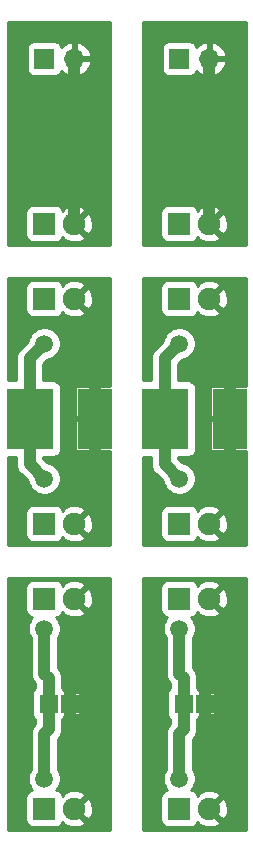
<source format=gbr>
G04 #@! TF.GenerationSoftware,KiCad,Pcbnew,(5.1.0)-1*
G04 #@! TF.CreationDate,2019-06-15T12:37:24+02:00*
G04 #@! TF.ProjectId,DiodeAdapter,44696f64-6541-4646-9170-7465722e6b69,2*
G04 #@! TF.SameCoordinates,Original*
G04 #@! TF.FileFunction,Copper,L2,Bot*
G04 #@! TF.FilePolarity,Positive*
%FSLAX46Y46*%
G04 Gerber Fmt 4.6, Leading zero omitted, Abs format (unit mm)*
G04 Created by KiCad (PCBNEW (5.1.0)-1) date 2019-06-15 12:37:24*
%MOMM*%
%LPD*%
G04 APERTURE LIST*
%ADD10R,4.000000X5.200000*%
%ADD11R,3.000000X5.200000*%
%ADD12R,1.500000X1.650000*%
%ADD13R,1.700000X1.700000*%
%ADD14O,1.700000X1.700000*%
%ADD15C,1.900000*%
%ADD16R,1.900000X1.900000*%
%ADD17C,1.500000*%
%ADD18C,1.000000*%
%ADD19C,0.254000*%
G04 APERTURE END LIST*
D10*
X78620000Y-78910000D03*
D11*
X84120000Y-78910000D03*
D12*
X82020000Y-103040000D03*
X80220000Y-103040000D03*
D11*
X72690000Y-78910000D03*
D10*
X67190000Y-78910000D03*
D12*
X68790000Y-103040000D03*
X70590000Y-103040000D03*
D13*
X79850000Y-48430000D03*
D14*
X82390000Y-48430000D03*
D15*
X82390000Y-62400000D03*
D16*
X79850000Y-62400000D03*
D15*
X82390000Y-87800000D03*
D16*
X79850000Y-87800000D03*
X79850000Y-68750000D03*
D15*
X82390000Y-68750000D03*
X82390000Y-94150000D03*
D16*
X79850000Y-94150000D03*
X79850000Y-111930000D03*
D15*
X82390000Y-111930000D03*
D14*
X70960000Y-48430000D03*
D13*
X68420000Y-48430000D03*
D16*
X68420000Y-62400000D03*
D15*
X70960000Y-62400000D03*
D16*
X68420000Y-68750000D03*
D15*
X70960000Y-68750000D03*
D16*
X68420000Y-87800000D03*
D15*
X70960000Y-87800000D03*
D16*
X68420000Y-94150000D03*
D15*
X70960000Y-94150000D03*
X70960000Y-111930000D03*
D16*
X68420000Y-111930000D03*
D17*
X79850000Y-72560000D03*
X79850000Y-83990000D03*
X82390000Y-83990000D03*
X82390000Y-72560000D03*
X79850000Y-96690000D03*
X79850000Y-109390000D03*
X82390000Y-96690000D03*
X82390000Y-109390000D03*
X70960000Y-83990000D03*
X70960000Y-72560000D03*
X68420000Y-72560000D03*
X68420000Y-83990000D03*
X68420000Y-109390000D03*
X68420000Y-96690000D03*
X70960000Y-109390000D03*
X70960000Y-96690000D03*
D18*
X78620000Y-73790000D02*
X79850000Y-72560000D01*
X78620000Y-78910000D02*
X78620000Y-73790000D01*
X78620000Y-82760000D02*
X79850000Y-83990000D01*
X78620000Y-78910000D02*
X78620000Y-82760000D01*
X84120000Y-74290000D02*
X82390000Y-72560000D01*
X84120000Y-78910000D02*
X84120000Y-74290000D01*
X84120000Y-82260000D02*
X82390000Y-83990000D01*
X84120000Y-78910000D02*
X84120000Y-82260000D01*
X80220000Y-103040000D02*
X80220000Y-105210000D01*
X79850000Y-105580000D02*
X79850000Y-109390000D01*
X80220000Y-105210000D02*
X79850000Y-105580000D01*
X80220000Y-103040000D02*
X80220000Y-100870000D01*
X79850000Y-100500000D02*
X79850000Y-96690000D01*
X80220000Y-100870000D02*
X79850000Y-100500000D01*
X82020000Y-103040000D02*
X82020000Y-105210000D01*
X82390000Y-105580000D02*
X82390000Y-109390000D01*
X82020000Y-105210000D02*
X82390000Y-105580000D01*
X82020000Y-103040000D02*
X82020000Y-100870000D01*
X82390000Y-100500000D02*
X82390000Y-96690000D01*
X82020000Y-100870000D02*
X82390000Y-100500000D01*
X70960000Y-83990000D02*
X72690000Y-82260000D01*
X72690000Y-82260000D02*
X72690000Y-78910000D01*
X72690000Y-74290000D02*
X70960000Y-72560000D01*
X72690000Y-78910000D02*
X72690000Y-74290000D01*
X67190000Y-78910000D02*
X67190000Y-73790000D01*
X68420000Y-72560000D02*
X67190000Y-73790000D01*
X67190000Y-82760000D02*
X68420000Y-83990000D01*
X67190000Y-78910000D02*
X67190000Y-82760000D01*
X68790000Y-103040000D02*
X68790000Y-100870000D01*
X68420000Y-100500000D02*
X68420000Y-96690000D01*
X68790000Y-100870000D02*
X68420000Y-100500000D01*
X68790000Y-103040000D02*
X68790000Y-105210000D01*
X68420000Y-108329340D02*
X68420000Y-109390000D01*
X68420000Y-105580000D02*
X68420000Y-108329340D01*
X68790000Y-105210000D02*
X68420000Y-105580000D01*
X70590000Y-103040000D02*
X70590000Y-100870000D01*
X70960000Y-100500000D02*
X70960000Y-96690000D01*
X70590000Y-100870000D02*
X70960000Y-100500000D01*
X70590000Y-105210000D02*
X70960000Y-105580000D01*
X70590000Y-103040000D02*
X70590000Y-105210000D01*
X70960000Y-105580000D02*
X70960000Y-109390000D01*
X82390000Y-48430000D02*
X82390000Y-62400000D01*
X70960000Y-48430000D02*
X70960000Y-62400000D01*
D19*
G36*
X74008000Y-64178000D02*
G01*
X65320000Y-64178000D01*
X65320000Y-61450000D01*
X66831928Y-61450000D01*
X66831928Y-63350000D01*
X66844188Y-63474482D01*
X66880498Y-63594180D01*
X66939463Y-63704494D01*
X67018815Y-63801185D01*
X67115506Y-63880537D01*
X67225820Y-63939502D01*
X67345518Y-63975812D01*
X67470000Y-63988072D01*
X69370000Y-63988072D01*
X69494482Y-63975812D01*
X69614180Y-63939502D01*
X69724494Y-63880537D01*
X69821185Y-63801185D01*
X69900537Y-63704494D01*
X69959502Y-63594180D01*
X69965630Y-63573978D01*
X70039854Y-63499754D01*
X70129579Y-63759042D01*
X70410671Y-63894935D01*
X70712873Y-63973379D01*
X71024573Y-63991359D01*
X71333791Y-63948184D01*
X71628644Y-63845513D01*
X71790421Y-63759042D01*
X71880147Y-63499752D01*
X70960000Y-62579605D01*
X70945858Y-62593748D01*
X70766253Y-62414143D01*
X70780395Y-62400000D01*
X71139605Y-62400000D01*
X72059752Y-63320147D01*
X72319042Y-63230421D01*
X72454935Y-62949329D01*
X72533379Y-62647127D01*
X72551359Y-62335427D01*
X72508184Y-62026209D01*
X72405513Y-61731356D01*
X72319042Y-61569579D01*
X72059752Y-61479853D01*
X71139605Y-62400000D01*
X70780395Y-62400000D01*
X70766253Y-62385858D01*
X70945858Y-62206253D01*
X70960000Y-62220395D01*
X71880147Y-61300248D01*
X71790421Y-61040958D01*
X71509329Y-60905065D01*
X71207127Y-60826621D01*
X70895427Y-60808641D01*
X70586209Y-60851816D01*
X70291356Y-60954487D01*
X70129579Y-61040958D01*
X70039854Y-61300246D01*
X69965630Y-61226022D01*
X69959502Y-61205820D01*
X69900537Y-61095506D01*
X69821185Y-60998815D01*
X69724494Y-60919463D01*
X69614180Y-60860498D01*
X69494482Y-60824188D01*
X69370000Y-60811928D01*
X67470000Y-60811928D01*
X67345518Y-60824188D01*
X67225820Y-60860498D01*
X67115506Y-60919463D01*
X67018815Y-60998815D01*
X66939463Y-61095506D01*
X66880498Y-61205820D01*
X66844188Y-61325518D01*
X66831928Y-61450000D01*
X65320000Y-61450000D01*
X65320000Y-47580000D01*
X66931928Y-47580000D01*
X66931928Y-49280000D01*
X66944188Y-49404482D01*
X66980498Y-49524180D01*
X67039463Y-49634494D01*
X67118815Y-49731185D01*
X67215506Y-49810537D01*
X67325820Y-49869502D01*
X67445518Y-49905812D01*
X67570000Y-49918072D01*
X69270000Y-49918072D01*
X69394482Y-49905812D01*
X69514180Y-49869502D01*
X69624494Y-49810537D01*
X69721185Y-49731185D01*
X69800537Y-49634494D01*
X69859502Y-49524180D01*
X69883966Y-49443534D01*
X69959731Y-49527588D01*
X70193080Y-49701641D01*
X70455901Y-49826825D01*
X70603110Y-49871476D01*
X70833000Y-49750155D01*
X70833000Y-48557000D01*
X71087000Y-48557000D01*
X71087000Y-49750155D01*
X71316890Y-49871476D01*
X71464099Y-49826825D01*
X71726920Y-49701641D01*
X71960269Y-49527588D01*
X72155178Y-49311355D01*
X72304157Y-49061252D01*
X72401481Y-48786891D01*
X72280814Y-48557000D01*
X71087000Y-48557000D01*
X70833000Y-48557000D01*
X70813000Y-48557000D01*
X70813000Y-48303000D01*
X70833000Y-48303000D01*
X70833000Y-47109845D01*
X71087000Y-47109845D01*
X71087000Y-48303000D01*
X72280814Y-48303000D01*
X72401481Y-48073109D01*
X72304157Y-47798748D01*
X72155178Y-47548645D01*
X71960269Y-47332412D01*
X71726920Y-47158359D01*
X71464099Y-47033175D01*
X71316890Y-46988524D01*
X71087000Y-47109845D01*
X70833000Y-47109845D01*
X70603110Y-46988524D01*
X70455901Y-47033175D01*
X70193080Y-47158359D01*
X69959731Y-47332412D01*
X69883966Y-47416466D01*
X69859502Y-47335820D01*
X69800537Y-47225506D01*
X69721185Y-47128815D01*
X69624494Y-47049463D01*
X69514180Y-46990498D01*
X69394482Y-46954188D01*
X69270000Y-46941928D01*
X67570000Y-46941928D01*
X67445518Y-46954188D01*
X67325820Y-46990498D01*
X67215506Y-47049463D01*
X67118815Y-47128815D01*
X67039463Y-47225506D01*
X66980498Y-47335820D01*
X66944188Y-47455518D01*
X66931928Y-47580000D01*
X65320000Y-47580000D01*
X65320000Y-45330000D01*
X74008000Y-45330000D01*
X74008000Y-64178000D01*
X74008000Y-64178000D01*
G37*
X74008000Y-64178000D02*
X65320000Y-64178000D01*
X65320000Y-61450000D01*
X66831928Y-61450000D01*
X66831928Y-63350000D01*
X66844188Y-63474482D01*
X66880498Y-63594180D01*
X66939463Y-63704494D01*
X67018815Y-63801185D01*
X67115506Y-63880537D01*
X67225820Y-63939502D01*
X67345518Y-63975812D01*
X67470000Y-63988072D01*
X69370000Y-63988072D01*
X69494482Y-63975812D01*
X69614180Y-63939502D01*
X69724494Y-63880537D01*
X69821185Y-63801185D01*
X69900537Y-63704494D01*
X69959502Y-63594180D01*
X69965630Y-63573978D01*
X70039854Y-63499754D01*
X70129579Y-63759042D01*
X70410671Y-63894935D01*
X70712873Y-63973379D01*
X71024573Y-63991359D01*
X71333791Y-63948184D01*
X71628644Y-63845513D01*
X71790421Y-63759042D01*
X71880147Y-63499752D01*
X70960000Y-62579605D01*
X70945858Y-62593748D01*
X70766253Y-62414143D01*
X70780395Y-62400000D01*
X71139605Y-62400000D01*
X72059752Y-63320147D01*
X72319042Y-63230421D01*
X72454935Y-62949329D01*
X72533379Y-62647127D01*
X72551359Y-62335427D01*
X72508184Y-62026209D01*
X72405513Y-61731356D01*
X72319042Y-61569579D01*
X72059752Y-61479853D01*
X71139605Y-62400000D01*
X70780395Y-62400000D01*
X70766253Y-62385858D01*
X70945858Y-62206253D01*
X70960000Y-62220395D01*
X71880147Y-61300248D01*
X71790421Y-61040958D01*
X71509329Y-60905065D01*
X71207127Y-60826621D01*
X70895427Y-60808641D01*
X70586209Y-60851816D01*
X70291356Y-60954487D01*
X70129579Y-61040958D01*
X70039854Y-61300246D01*
X69965630Y-61226022D01*
X69959502Y-61205820D01*
X69900537Y-61095506D01*
X69821185Y-60998815D01*
X69724494Y-60919463D01*
X69614180Y-60860498D01*
X69494482Y-60824188D01*
X69370000Y-60811928D01*
X67470000Y-60811928D01*
X67345518Y-60824188D01*
X67225820Y-60860498D01*
X67115506Y-60919463D01*
X67018815Y-60998815D01*
X66939463Y-61095506D01*
X66880498Y-61205820D01*
X66844188Y-61325518D01*
X66831928Y-61450000D01*
X65320000Y-61450000D01*
X65320000Y-47580000D01*
X66931928Y-47580000D01*
X66931928Y-49280000D01*
X66944188Y-49404482D01*
X66980498Y-49524180D01*
X67039463Y-49634494D01*
X67118815Y-49731185D01*
X67215506Y-49810537D01*
X67325820Y-49869502D01*
X67445518Y-49905812D01*
X67570000Y-49918072D01*
X69270000Y-49918072D01*
X69394482Y-49905812D01*
X69514180Y-49869502D01*
X69624494Y-49810537D01*
X69721185Y-49731185D01*
X69800537Y-49634494D01*
X69859502Y-49524180D01*
X69883966Y-49443534D01*
X69959731Y-49527588D01*
X70193080Y-49701641D01*
X70455901Y-49826825D01*
X70603110Y-49871476D01*
X70833000Y-49750155D01*
X70833000Y-48557000D01*
X71087000Y-48557000D01*
X71087000Y-49750155D01*
X71316890Y-49871476D01*
X71464099Y-49826825D01*
X71726920Y-49701641D01*
X71960269Y-49527588D01*
X72155178Y-49311355D01*
X72304157Y-49061252D01*
X72401481Y-48786891D01*
X72280814Y-48557000D01*
X71087000Y-48557000D01*
X70833000Y-48557000D01*
X70813000Y-48557000D01*
X70813000Y-48303000D01*
X70833000Y-48303000D01*
X70833000Y-47109845D01*
X71087000Y-47109845D01*
X71087000Y-48303000D01*
X72280814Y-48303000D01*
X72401481Y-48073109D01*
X72304157Y-47798748D01*
X72155178Y-47548645D01*
X71960269Y-47332412D01*
X71726920Y-47158359D01*
X71464099Y-47033175D01*
X71316890Y-46988524D01*
X71087000Y-47109845D01*
X70833000Y-47109845D01*
X70603110Y-46988524D01*
X70455901Y-47033175D01*
X70193080Y-47158359D01*
X69959731Y-47332412D01*
X69883966Y-47416466D01*
X69859502Y-47335820D01*
X69800537Y-47225506D01*
X69721185Y-47128815D01*
X69624494Y-47049463D01*
X69514180Y-46990498D01*
X69394482Y-46954188D01*
X69270000Y-46941928D01*
X67570000Y-46941928D01*
X67445518Y-46954188D01*
X67325820Y-46990498D01*
X67215506Y-47049463D01*
X67118815Y-47128815D01*
X67039463Y-47225506D01*
X66980498Y-47335820D01*
X66944188Y-47455518D01*
X66931928Y-47580000D01*
X65320000Y-47580000D01*
X65320000Y-45330000D01*
X74008000Y-45330000D01*
X74008000Y-64178000D01*
G36*
X85490001Y-64178000D02*
G01*
X76802000Y-64178000D01*
X76802000Y-61450000D01*
X78261928Y-61450000D01*
X78261928Y-63350000D01*
X78274188Y-63474482D01*
X78310498Y-63594180D01*
X78369463Y-63704494D01*
X78448815Y-63801185D01*
X78545506Y-63880537D01*
X78655820Y-63939502D01*
X78775518Y-63975812D01*
X78900000Y-63988072D01*
X80800000Y-63988072D01*
X80924482Y-63975812D01*
X81044180Y-63939502D01*
X81154494Y-63880537D01*
X81251185Y-63801185D01*
X81330537Y-63704494D01*
X81389502Y-63594180D01*
X81395630Y-63573978D01*
X81469854Y-63499754D01*
X81559579Y-63759042D01*
X81840671Y-63894935D01*
X82142873Y-63973379D01*
X82454573Y-63991359D01*
X82763791Y-63948184D01*
X83058644Y-63845513D01*
X83220421Y-63759042D01*
X83310147Y-63499752D01*
X82390000Y-62579605D01*
X82375858Y-62593748D01*
X82196253Y-62414143D01*
X82210395Y-62400000D01*
X82569605Y-62400000D01*
X83489752Y-63320147D01*
X83749042Y-63230421D01*
X83884935Y-62949329D01*
X83963379Y-62647127D01*
X83981359Y-62335427D01*
X83938184Y-62026209D01*
X83835513Y-61731356D01*
X83749042Y-61569579D01*
X83489752Y-61479853D01*
X82569605Y-62400000D01*
X82210395Y-62400000D01*
X82196253Y-62385858D01*
X82375858Y-62206253D01*
X82390000Y-62220395D01*
X83310147Y-61300248D01*
X83220421Y-61040958D01*
X82939329Y-60905065D01*
X82637127Y-60826621D01*
X82325427Y-60808641D01*
X82016209Y-60851816D01*
X81721356Y-60954487D01*
X81559579Y-61040958D01*
X81469854Y-61300246D01*
X81395630Y-61226022D01*
X81389502Y-61205820D01*
X81330537Y-61095506D01*
X81251185Y-60998815D01*
X81154494Y-60919463D01*
X81044180Y-60860498D01*
X80924482Y-60824188D01*
X80800000Y-60811928D01*
X78900000Y-60811928D01*
X78775518Y-60824188D01*
X78655820Y-60860498D01*
X78545506Y-60919463D01*
X78448815Y-60998815D01*
X78369463Y-61095506D01*
X78310498Y-61205820D01*
X78274188Y-61325518D01*
X78261928Y-61450000D01*
X76802000Y-61450000D01*
X76802000Y-47580000D01*
X78361928Y-47580000D01*
X78361928Y-49280000D01*
X78374188Y-49404482D01*
X78410498Y-49524180D01*
X78469463Y-49634494D01*
X78548815Y-49731185D01*
X78645506Y-49810537D01*
X78755820Y-49869502D01*
X78875518Y-49905812D01*
X79000000Y-49918072D01*
X80700000Y-49918072D01*
X80824482Y-49905812D01*
X80944180Y-49869502D01*
X81054494Y-49810537D01*
X81151185Y-49731185D01*
X81230537Y-49634494D01*
X81289502Y-49524180D01*
X81313966Y-49443534D01*
X81389731Y-49527588D01*
X81623080Y-49701641D01*
X81885901Y-49826825D01*
X82033110Y-49871476D01*
X82263000Y-49750155D01*
X82263000Y-48557000D01*
X82517000Y-48557000D01*
X82517000Y-49750155D01*
X82746890Y-49871476D01*
X82894099Y-49826825D01*
X83156920Y-49701641D01*
X83390269Y-49527588D01*
X83585178Y-49311355D01*
X83734157Y-49061252D01*
X83831481Y-48786891D01*
X83710814Y-48557000D01*
X82517000Y-48557000D01*
X82263000Y-48557000D01*
X82243000Y-48557000D01*
X82243000Y-48303000D01*
X82263000Y-48303000D01*
X82263000Y-47109845D01*
X82517000Y-47109845D01*
X82517000Y-48303000D01*
X83710814Y-48303000D01*
X83831481Y-48073109D01*
X83734157Y-47798748D01*
X83585178Y-47548645D01*
X83390269Y-47332412D01*
X83156920Y-47158359D01*
X82894099Y-47033175D01*
X82746890Y-46988524D01*
X82517000Y-47109845D01*
X82263000Y-47109845D01*
X82033110Y-46988524D01*
X81885901Y-47033175D01*
X81623080Y-47158359D01*
X81389731Y-47332412D01*
X81313966Y-47416466D01*
X81289502Y-47335820D01*
X81230537Y-47225506D01*
X81151185Y-47128815D01*
X81054494Y-47049463D01*
X80944180Y-46990498D01*
X80824482Y-46954188D01*
X80700000Y-46941928D01*
X79000000Y-46941928D01*
X78875518Y-46954188D01*
X78755820Y-46990498D01*
X78645506Y-47049463D01*
X78548815Y-47128815D01*
X78469463Y-47225506D01*
X78410498Y-47335820D01*
X78374188Y-47455518D01*
X78361928Y-47580000D01*
X76802000Y-47580000D01*
X76802000Y-45330000D01*
X85490000Y-45330000D01*
X85490001Y-64178000D01*
X85490001Y-64178000D01*
G37*
X85490001Y-64178000D02*
X76802000Y-64178000D01*
X76802000Y-61450000D01*
X78261928Y-61450000D01*
X78261928Y-63350000D01*
X78274188Y-63474482D01*
X78310498Y-63594180D01*
X78369463Y-63704494D01*
X78448815Y-63801185D01*
X78545506Y-63880537D01*
X78655820Y-63939502D01*
X78775518Y-63975812D01*
X78900000Y-63988072D01*
X80800000Y-63988072D01*
X80924482Y-63975812D01*
X81044180Y-63939502D01*
X81154494Y-63880537D01*
X81251185Y-63801185D01*
X81330537Y-63704494D01*
X81389502Y-63594180D01*
X81395630Y-63573978D01*
X81469854Y-63499754D01*
X81559579Y-63759042D01*
X81840671Y-63894935D01*
X82142873Y-63973379D01*
X82454573Y-63991359D01*
X82763791Y-63948184D01*
X83058644Y-63845513D01*
X83220421Y-63759042D01*
X83310147Y-63499752D01*
X82390000Y-62579605D01*
X82375858Y-62593748D01*
X82196253Y-62414143D01*
X82210395Y-62400000D01*
X82569605Y-62400000D01*
X83489752Y-63320147D01*
X83749042Y-63230421D01*
X83884935Y-62949329D01*
X83963379Y-62647127D01*
X83981359Y-62335427D01*
X83938184Y-62026209D01*
X83835513Y-61731356D01*
X83749042Y-61569579D01*
X83489752Y-61479853D01*
X82569605Y-62400000D01*
X82210395Y-62400000D01*
X82196253Y-62385858D01*
X82375858Y-62206253D01*
X82390000Y-62220395D01*
X83310147Y-61300248D01*
X83220421Y-61040958D01*
X82939329Y-60905065D01*
X82637127Y-60826621D01*
X82325427Y-60808641D01*
X82016209Y-60851816D01*
X81721356Y-60954487D01*
X81559579Y-61040958D01*
X81469854Y-61300246D01*
X81395630Y-61226022D01*
X81389502Y-61205820D01*
X81330537Y-61095506D01*
X81251185Y-60998815D01*
X81154494Y-60919463D01*
X81044180Y-60860498D01*
X80924482Y-60824188D01*
X80800000Y-60811928D01*
X78900000Y-60811928D01*
X78775518Y-60824188D01*
X78655820Y-60860498D01*
X78545506Y-60919463D01*
X78448815Y-60998815D01*
X78369463Y-61095506D01*
X78310498Y-61205820D01*
X78274188Y-61325518D01*
X78261928Y-61450000D01*
X76802000Y-61450000D01*
X76802000Y-47580000D01*
X78361928Y-47580000D01*
X78361928Y-49280000D01*
X78374188Y-49404482D01*
X78410498Y-49524180D01*
X78469463Y-49634494D01*
X78548815Y-49731185D01*
X78645506Y-49810537D01*
X78755820Y-49869502D01*
X78875518Y-49905812D01*
X79000000Y-49918072D01*
X80700000Y-49918072D01*
X80824482Y-49905812D01*
X80944180Y-49869502D01*
X81054494Y-49810537D01*
X81151185Y-49731185D01*
X81230537Y-49634494D01*
X81289502Y-49524180D01*
X81313966Y-49443534D01*
X81389731Y-49527588D01*
X81623080Y-49701641D01*
X81885901Y-49826825D01*
X82033110Y-49871476D01*
X82263000Y-49750155D01*
X82263000Y-48557000D01*
X82517000Y-48557000D01*
X82517000Y-49750155D01*
X82746890Y-49871476D01*
X82894099Y-49826825D01*
X83156920Y-49701641D01*
X83390269Y-49527588D01*
X83585178Y-49311355D01*
X83734157Y-49061252D01*
X83831481Y-48786891D01*
X83710814Y-48557000D01*
X82517000Y-48557000D01*
X82263000Y-48557000D01*
X82243000Y-48557000D01*
X82243000Y-48303000D01*
X82263000Y-48303000D01*
X82263000Y-47109845D01*
X82517000Y-47109845D01*
X82517000Y-48303000D01*
X83710814Y-48303000D01*
X83831481Y-48073109D01*
X83734157Y-47798748D01*
X83585178Y-47548645D01*
X83390269Y-47332412D01*
X83156920Y-47158359D01*
X82894099Y-47033175D01*
X82746890Y-46988524D01*
X82517000Y-47109845D01*
X82263000Y-47109845D01*
X82033110Y-46988524D01*
X81885901Y-47033175D01*
X81623080Y-47158359D01*
X81389731Y-47332412D01*
X81313966Y-47416466D01*
X81289502Y-47335820D01*
X81230537Y-47225506D01*
X81151185Y-47128815D01*
X81054494Y-47049463D01*
X80944180Y-46990498D01*
X80824482Y-46954188D01*
X80700000Y-46941928D01*
X79000000Y-46941928D01*
X78875518Y-46954188D01*
X78755820Y-46990498D01*
X78645506Y-47049463D01*
X78548815Y-47128815D01*
X78469463Y-47225506D01*
X78410498Y-47335820D01*
X78374188Y-47455518D01*
X78361928Y-47580000D01*
X76802000Y-47580000D01*
X76802000Y-45330000D01*
X85490000Y-45330000D01*
X85490001Y-64178000D01*
G36*
X74008000Y-75672388D02*
G01*
X72975750Y-75675000D01*
X72817000Y-75833750D01*
X72817000Y-78783000D01*
X72837000Y-78783000D01*
X72837000Y-79037000D01*
X72817000Y-79037000D01*
X72817000Y-81986250D01*
X72975750Y-82145000D01*
X74008000Y-82147612D01*
X74008000Y-89578000D01*
X65320000Y-89578000D01*
X65320000Y-86850000D01*
X66831928Y-86850000D01*
X66831928Y-88750000D01*
X66844188Y-88874482D01*
X66880498Y-88994180D01*
X66939463Y-89104494D01*
X67018815Y-89201185D01*
X67115506Y-89280537D01*
X67225820Y-89339502D01*
X67345518Y-89375812D01*
X67470000Y-89388072D01*
X69370000Y-89388072D01*
X69494482Y-89375812D01*
X69614180Y-89339502D01*
X69724494Y-89280537D01*
X69821185Y-89201185D01*
X69900537Y-89104494D01*
X69959502Y-88994180D01*
X69965630Y-88973978D01*
X70039854Y-88899754D01*
X70129579Y-89159042D01*
X70410671Y-89294935D01*
X70712873Y-89373379D01*
X71024573Y-89391359D01*
X71333791Y-89348184D01*
X71628644Y-89245513D01*
X71790421Y-89159042D01*
X71880147Y-88899752D01*
X70960000Y-87979605D01*
X70945858Y-87993748D01*
X70766253Y-87814143D01*
X70780395Y-87800000D01*
X71139605Y-87800000D01*
X72059752Y-88720147D01*
X72319042Y-88630421D01*
X72454935Y-88349329D01*
X72533379Y-88047127D01*
X72551359Y-87735427D01*
X72508184Y-87426209D01*
X72405513Y-87131356D01*
X72319042Y-86969579D01*
X72059752Y-86879853D01*
X71139605Y-87800000D01*
X70780395Y-87800000D01*
X70766253Y-87785858D01*
X70945858Y-87606253D01*
X70960000Y-87620395D01*
X71880147Y-86700248D01*
X71790421Y-86440958D01*
X71509329Y-86305065D01*
X71207127Y-86226621D01*
X70895427Y-86208641D01*
X70586209Y-86251816D01*
X70291356Y-86354487D01*
X70129579Y-86440958D01*
X70039854Y-86700246D01*
X69965630Y-86626022D01*
X69959502Y-86605820D01*
X69900537Y-86495506D01*
X69821185Y-86398815D01*
X69724494Y-86319463D01*
X69614180Y-86260498D01*
X69494482Y-86224188D01*
X69370000Y-86211928D01*
X67470000Y-86211928D01*
X67345518Y-86224188D01*
X67225820Y-86260498D01*
X67115506Y-86319463D01*
X67018815Y-86398815D01*
X66939463Y-86495506D01*
X66880498Y-86605820D01*
X66844188Y-86725518D01*
X66831928Y-86850000D01*
X65320000Y-86850000D01*
X65320000Y-82148072D01*
X66055001Y-82148072D01*
X66055001Y-82704239D01*
X66049509Y-82760000D01*
X66071423Y-82982498D01*
X66136324Y-83196446D01*
X66152579Y-83226856D01*
X66241717Y-83393623D01*
X66383552Y-83566449D01*
X66426860Y-83601991D01*
X67055788Y-84230920D01*
X67088225Y-84393989D01*
X67192629Y-84646043D01*
X67344201Y-84872886D01*
X67537114Y-85065799D01*
X67763957Y-85217371D01*
X68016011Y-85321775D01*
X68283589Y-85375000D01*
X68556411Y-85375000D01*
X68823989Y-85321775D01*
X69076043Y-85217371D01*
X69302886Y-85065799D01*
X69495799Y-84872886D01*
X69647371Y-84646043D01*
X69751775Y-84393989D01*
X69805000Y-84126411D01*
X69805000Y-83853589D01*
X69751775Y-83586011D01*
X69647371Y-83333957D01*
X69495799Y-83107114D01*
X69302886Y-82914201D01*
X69076043Y-82762629D01*
X68823989Y-82658225D01*
X68660920Y-82625788D01*
X68325000Y-82289868D01*
X68325000Y-82148072D01*
X69190000Y-82148072D01*
X69314482Y-82135812D01*
X69434180Y-82099502D01*
X69544494Y-82040537D01*
X69641185Y-81961185D01*
X69720537Y-81864494D01*
X69779502Y-81754180D01*
X69815812Y-81634482D01*
X69828072Y-81510000D01*
X70551928Y-81510000D01*
X70564188Y-81634482D01*
X70600498Y-81754180D01*
X70659463Y-81864494D01*
X70738815Y-81961185D01*
X70835506Y-82040537D01*
X70945820Y-82099502D01*
X71065518Y-82135812D01*
X71190000Y-82148072D01*
X72404250Y-82145000D01*
X72563000Y-81986250D01*
X72563000Y-79037000D01*
X70713750Y-79037000D01*
X70555000Y-79195750D01*
X70551928Y-81510000D01*
X69828072Y-81510000D01*
X69828072Y-76310000D01*
X70551928Y-76310000D01*
X70555000Y-78624250D01*
X70713750Y-78783000D01*
X72563000Y-78783000D01*
X72563000Y-75833750D01*
X72404250Y-75675000D01*
X71190000Y-75671928D01*
X71065518Y-75684188D01*
X70945820Y-75720498D01*
X70835506Y-75779463D01*
X70738815Y-75858815D01*
X70659463Y-75955506D01*
X70600498Y-76065820D01*
X70564188Y-76185518D01*
X70551928Y-76310000D01*
X69828072Y-76310000D01*
X69815812Y-76185518D01*
X69779502Y-76065820D01*
X69720537Y-75955506D01*
X69641185Y-75858815D01*
X69544494Y-75779463D01*
X69434180Y-75720498D01*
X69314482Y-75684188D01*
X69190000Y-75671928D01*
X68325000Y-75671928D01*
X68325000Y-74260132D01*
X68660920Y-73924212D01*
X68823989Y-73891775D01*
X69076043Y-73787371D01*
X69302886Y-73635799D01*
X69495799Y-73442886D01*
X69647371Y-73216043D01*
X69751775Y-72963989D01*
X69805000Y-72696411D01*
X69805000Y-72423589D01*
X69751775Y-72156011D01*
X69647371Y-71903957D01*
X69495799Y-71677114D01*
X69302886Y-71484201D01*
X69076043Y-71332629D01*
X68823989Y-71228225D01*
X68556411Y-71175000D01*
X68283589Y-71175000D01*
X68016011Y-71228225D01*
X67763957Y-71332629D01*
X67537114Y-71484201D01*
X67344201Y-71677114D01*
X67192629Y-71903957D01*
X67088225Y-72156011D01*
X67055788Y-72319080D01*
X66426860Y-72948009D01*
X66383552Y-72983551D01*
X66241717Y-73156377D01*
X66221809Y-73193623D01*
X66136324Y-73353554D01*
X66071423Y-73567502D01*
X66049509Y-73790000D01*
X66055001Y-73845761D01*
X66055001Y-75671928D01*
X65320000Y-75671928D01*
X65320000Y-67800000D01*
X66831928Y-67800000D01*
X66831928Y-69700000D01*
X66844188Y-69824482D01*
X66880498Y-69944180D01*
X66939463Y-70054494D01*
X67018815Y-70151185D01*
X67115506Y-70230537D01*
X67225820Y-70289502D01*
X67345518Y-70325812D01*
X67470000Y-70338072D01*
X69370000Y-70338072D01*
X69494482Y-70325812D01*
X69614180Y-70289502D01*
X69724494Y-70230537D01*
X69821185Y-70151185D01*
X69900537Y-70054494D01*
X69959502Y-69944180D01*
X69965630Y-69923978D01*
X70039854Y-69849754D01*
X70129579Y-70109042D01*
X70410671Y-70244935D01*
X70712873Y-70323379D01*
X71024573Y-70341359D01*
X71333791Y-70298184D01*
X71628644Y-70195513D01*
X71790421Y-70109042D01*
X71880147Y-69849752D01*
X70960000Y-68929605D01*
X70945858Y-68943748D01*
X70766253Y-68764143D01*
X70780395Y-68750000D01*
X71139605Y-68750000D01*
X72059752Y-69670147D01*
X72319042Y-69580421D01*
X72454935Y-69299329D01*
X72533379Y-68997127D01*
X72551359Y-68685427D01*
X72508184Y-68376209D01*
X72405513Y-68081356D01*
X72319042Y-67919579D01*
X72059752Y-67829853D01*
X71139605Y-68750000D01*
X70780395Y-68750000D01*
X70766253Y-68735858D01*
X70945858Y-68556253D01*
X70960000Y-68570395D01*
X71880147Y-67650248D01*
X71790421Y-67390958D01*
X71509329Y-67255065D01*
X71207127Y-67176621D01*
X70895427Y-67158641D01*
X70586209Y-67201816D01*
X70291356Y-67304487D01*
X70129579Y-67390958D01*
X70039854Y-67650246D01*
X69965630Y-67576022D01*
X69959502Y-67555820D01*
X69900537Y-67445506D01*
X69821185Y-67348815D01*
X69724494Y-67269463D01*
X69614180Y-67210498D01*
X69494482Y-67174188D01*
X69370000Y-67161928D01*
X67470000Y-67161928D01*
X67345518Y-67174188D01*
X67225820Y-67210498D01*
X67115506Y-67269463D01*
X67018815Y-67348815D01*
X66939463Y-67445506D01*
X66880498Y-67555820D01*
X66844188Y-67675518D01*
X66831928Y-67800000D01*
X65320000Y-67800000D01*
X65320000Y-66972000D01*
X74008000Y-66972000D01*
X74008000Y-75672388D01*
X74008000Y-75672388D01*
G37*
X74008000Y-75672388D02*
X72975750Y-75675000D01*
X72817000Y-75833750D01*
X72817000Y-78783000D01*
X72837000Y-78783000D01*
X72837000Y-79037000D01*
X72817000Y-79037000D01*
X72817000Y-81986250D01*
X72975750Y-82145000D01*
X74008000Y-82147612D01*
X74008000Y-89578000D01*
X65320000Y-89578000D01*
X65320000Y-86850000D01*
X66831928Y-86850000D01*
X66831928Y-88750000D01*
X66844188Y-88874482D01*
X66880498Y-88994180D01*
X66939463Y-89104494D01*
X67018815Y-89201185D01*
X67115506Y-89280537D01*
X67225820Y-89339502D01*
X67345518Y-89375812D01*
X67470000Y-89388072D01*
X69370000Y-89388072D01*
X69494482Y-89375812D01*
X69614180Y-89339502D01*
X69724494Y-89280537D01*
X69821185Y-89201185D01*
X69900537Y-89104494D01*
X69959502Y-88994180D01*
X69965630Y-88973978D01*
X70039854Y-88899754D01*
X70129579Y-89159042D01*
X70410671Y-89294935D01*
X70712873Y-89373379D01*
X71024573Y-89391359D01*
X71333791Y-89348184D01*
X71628644Y-89245513D01*
X71790421Y-89159042D01*
X71880147Y-88899752D01*
X70960000Y-87979605D01*
X70945858Y-87993748D01*
X70766253Y-87814143D01*
X70780395Y-87800000D01*
X71139605Y-87800000D01*
X72059752Y-88720147D01*
X72319042Y-88630421D01*
X72454935Y-88349329D01*
X72533379Y-88047127D01*
X72551359Y-87735427D01*
X72508184Y-87426209D01*
X72405513Y-87131356D01*
X72319042Y-86969579D01*
X72059752Y-86879853D01*
X71139605Y-87800000D01*
X70780395Y-87800000D01*
X70766253Y-87785858D01*
X70945858Y-87606253D01*
X70960000Y-87620395D01*
X71880147Y-86700248D01*
X71790421Y-86440958D01*
X71509329Y-86305065D01*
X71207127Y-86226621D01*
X70895427Y-86208641D01*
X70586209Y-86251816D01*
X70291356Y-86354487D01*
X70129579Y-86440958D01*
X70039854Y-86700246D01*
X69965630Y-86626022D01*
X69959502Y-86605820D01*
X69900537Y-86495506D01*
X69821185Y-86398815D01*
X69724494Y-86319463D01*
X69614180Y-86260498D01*
X69494482Y-86224188D01*
X69370000Y-86211928D01*
X67470000Y-86211928D01*
X67345518Y-86224188D01*
X67225820Y-86260498D01*
X67115506Y-86319463D01*
X67018815Y-86398815D01*
X66939463Y-86495506D01*
X66880498Y-86605820D01*
X66844188Y-86725518D01*
X66831928Y-86850000D01*
X65320000Y-86850000D01*
X65320000Y-82148072D01*
X66055001Y-82148072D01*
X66055001Y-82704239D01*
X66049509Y-82760000D01*
X66071423Y-82982498D01*
X66136324Y-83196446D01*
X66152579Y-83226856D01*
X66241717Y-83393623D01*
X66383552Y-83566449D01*
X66426860Y-83601991D01*
X67055788Y-84230920D01*
X67088225Y-84393989D01*
X67192629Y-84646043D01*
X67344201Y-84872886D01*
X67537114Y-85065799D01*
X67763957Y-85217371D01*
X68016011Y-85321775D01*
X68283589Y-85375000D01*
X68556411Y-85375000D01*
X68823989Y-85321775D01*
X69076043Y-85217371D01*
X69302886Y-85065799D01*
X69495799Y-84872886D01*
X69647371Y-84646043D01*
X69751775Y-84393989D01*
X69805000Y-84126411D01*
X69805000Y-83853589D01*
X69751775Y-83586011D01*
X69647371Y-83333957D01*
X69495799Y-83107114D01*
X69302886Y-82914201D01*
X69076043Y-82762629D01*
X68823989Y-82658225D01*
X68660920Y-82625788D01*
X68325000Y-82289868D01*
X68325000Y-82148072D01*
X69190000Y-82148072D01*
X69314482Y-82135812D01*
X69434180Y-82099502D01*
X69544494Y-82040537D01*
X69641185Y-81961185D01*
X69720537Y-81864494D01*
X69779502Y-81754180D01*
X69815812Y-81634482D01*
X69828072Y-81510000D01*
X70551928Y-81510000D01*
X70564188Y-81634482D01*
X70600498Y-81754180D01*
X70659463Y-81864494D01*
X70738815Y-81961185D01*
X70835506Y-82040537D01*
X70945820Y-82099502D01*
X71065518Y-82135812D01*
X71190000Y-82148072D01*
X72404250Y-82145000D01*
X72563000Y-81986250D01*
X72563000Y-79037000D01*
X70713750Y-79037000D01*
X70555000Y-79195750D01*
X70551928Y-81510000D01*
X69828072Y-81510000D01*
X69828072Y-76310000D01*
X70551928Y-76310000D01*
X70555000Y-78624250D01*
X70713750Y-78783000D01*
X72563000Y-78783000D01*
X72563000Y-75833750D01*
X72404250Y-75675000D01*
X71190000Y-75671928D01*
X71065518Y-75684188D01*
X70945820Y-75720498D01*
X70835506Y-75779463D01*
X70738815Y-75858815D01*
X70659463Y-75955506D01*
X70600498Y-76065820D01*
X70564188Y-76185518D01*
X70551928Y-76310000D01*
X69828072Y-76310000D01*
X69815812Y-76185518D01*
X69779502Y-76065820D01*
X69720537Y-75955506D01*
X69641185Y-75858815D01*
X69544494Y-75779463D01*
X69434180Y-75720498D01*
X69314482Y-75684188D01*
X69190000Y-75671928D01*
X68325000Y-75671928D01*
X68325000Y-74260132D01*
X68660920Y-73924212D01*
X68823989Y-73891775D01*
X69076043Y-73787371D01*
X69302886Y-73635799D01*
X69495799Y-73442886D01*
X69647371Y-73216043D01*
X69751775Y-72963989D01*
X69805000Y-72696411D01*
X69805000Y-72423589D01*
X69751775Y-72156011D01*
X69647371Y-71903957D01*
X69495799Y-71677114D01*
X69302886Y-71484201D01*
X69076043Y-71332629D01*
X68823989Y-71228225D01*
X68556411Y-71175000D01*
X68283589Y-71175000D01*
X68016011Y-71228225D01*
X67763957Y-71332629D01*
X67537114Y-71484201D01*
X67344201Y-71677114D01*
X67192629Y-71903957D01*
X67088225Y-72156011D01*
X67055788Y-72319080D01*
X66426860Y-72948009D01*
X66383552Y-72983551D01*
X66241717Y-73156377D01*
X66221809Y-73193623D01*
X66136324Y-73353554D01*
X66071423Y-73567502D01*
X66049509Y-73790000D01*
X66055001Y-73845761D01*
X66055001Y-75671928D01*
X65320000Y-75671928D01*
X65320000Y-67800000D01*
X66831928Y-67800000D01*
X66831928Y-69700000D01*
X66844188Y-69824482D01*
X66880498Y-69944180D01*
X66939463Y-70054494D01*
X67018815Y-70151185D01*
X67115506Y-70230537D01*
X67225820Y-70289502D01*
X67345518Y-70325812D01*
X67470000Y-70338072D01*
X69370000Y-70338072D01*
X69494482Y-70325812D01*
X69614180Y-70289502D01*
X69724494Y-70230537D01*
X69821185Y-70151185D01*
X69900537Y-70054494D01*
X69959502Y-69944180D01*
X69965630Y-69923978D01*
X70039854Y-69849754D01*
X70129579Y-70109042D01*
X70410671Y-70244935D01*
X70712873Y-70323379D01*
X71024573Y-70341359D01*
X71333791Y-70298184D01*
X71628644Y-70195513D01*
X71790421Y-70109042D01*
X71880147Y-69849752D01*
X70960000Y-68929605D01*
X70945858Y-68943748D01*
X70766253Y-68764143D01*
X70780395Y-68750000D01*
X71139605Y-68750000D01*
X72059752Y-69670147D01*
X72319042Y-69580421D01*
X72454935Y-69299329D01*
X72533379Y-68997127D01*
X72551359Y-68685427D01*
X72508184Y-68376209D01*
X72405513Y-68081356D01*
X72319042Y-67919579D01*
X72059752Y-67829853D01*
X71139605Y-68750000D01*
X70780395Y-68750000D01*
X70766253Y-68735858D01*
X70945858Y-68556253D01*
X70960000Y-68570395D01*
X71880147Y-67650248D01*
X71790421Y-67390958D01*
X71509329Y-67255065D01*
X71207127Y-67176621D01*
X70895427Y-67158641D01*
X70586209Y-67201816D01*
X70291356Y-67304487D01*
X70129579Y-67390958D01*
X70039854Y-67650246D01*
X69965630Y-67576022D01*
X69959502Y-67555820D01*
X69900537Y-67445506D01*
X69821185Y-67348815D01*
X69724494Y-67269463D01*
X69614180Y-67210498D01*
X69494482Y-67174188D01*
X69370000Y-67161928D01*
X67470000Y-67161928D01*
X67345518Y-67174188D01*
X67225820Y-67210498D01*
X67115506Y-67269463D01*
X67018815Y-67348815D01*
X66939463Y-67445506D01*
X66880498Y-67555820D01*
X66844188Y-67675518D01*
X66831928Y-67800000D01*
X65320000Y-67800000D01*
X65320000Y-66972000D01*
X74008000Y-66972000D01*
X74008000Y-75672388D01*
G36*
X66055001Y-82704239D02*
G01*
X66049509Y-82760000D01*
X66071423Y-82982498D01*
X66136324Y-83196446D01*
X66152579Y-83226856D01*
X66241717Y-83393623D01*
X66383552Y-83566449D01*
X66426860Y-83601991D01*
X67055788Y-84230920D01*
X67088225Y-84393989D01*
X67192629Y-84646043D01*
X67344201Y-84872886D01*
X67537114Y-85065799D01*
X67637687Y-85133000D01*
X65320000Y-85133000D01*
X65320000Y-82148072D01*
X66055001Y-82148072D01*
X66055001Y-82704239D01*
X66055001Y-82704239D01*
G37*
X66055001Y-82704239D02*
X66049509Y-82760000D01*
X66071423Y-82982498D01*
X66136324Y-83196446D01*
X66152579Y-83226856D01*
X66241717Y-83393623D01*
X66383552Y-83566449D01*
X66426860Y-83601991D01*
X67055788Y-84230920D01*
X67088225Y-84393989D01*
X67192629Y-84646043D01*
X67344201Y-84872886D01*
X67537114Y-85065799D01*
X67637687Y-85133000D01*
X65320000Y-85133000D01*
X65320000Y-82148072D01*
X66055001Y-82148072D01*
X66055001Y-82704239D01*
G36*
X74008000Y-76182469D02*
G01*
X72848750Y-76183000D01*
X72817000Y-76214750D01*
X72817000Y-78783000D01*
X72837000Y-78783000D01*
X72837000Y-79037000D01*
X72817000Y-79037000D01*
X72817000Y-81605250D01*
X72848750Y-81637000D01*
X74008000Y-81637531D01*
X74008000Y-85133000D01*
X69202313Y-85133000D01*
X69302886Y-85065799D01*
X69495799Y-84872886D01*
X69647371Y-84646043D01*
X69751775Y-84393989D01*
X69805000Y-84126411D01*
X69805000Y-83853589D01*
X69751775Y-83586011D01*
X69647371Y-83333957D01*
X69495799Y-83107114D01*
X69302886Y-82914201D01*
X69076043Y-82762629D01*
X68823989Y-82658225D01*
X68660920Y-82625788D01*
X68325000Y-82289868D01*
X68325000Y-82148072D01*
X69190000Y-82148072D01*
X69314482Y-82135812D01*
X69434180Y-82099502D01*
X69544494Y-82040537D01*
X69641185Y-81961185D01*
X69720537Y-81864494D01*
X69779502Y-81754180D01*
X69815812Y-81634482D01*
X69828072Y-81510000D01*
X71062386Y-81510000D01*
X71064838Y-81534896D01*
X71072100Y-81558836D01*
X71083893Y-81580899D01*
X71099763Y-81600237D01*
X71119101Y-81616107D01*
X71141164Y-81627900D01*
X71165104Y-81635162D01*
X71190000Y-81637614D01*
X72531250Y-81637000D01*
X72563000Y-81605250D01*
X72563000Y-79037000D01*
X71094750Y-79037000D01*
X71063000Y-79068750D01*
X71062386Y-81510000D01*
X69828072Y-81510000D01*
X69828072Y-76310000D01*
X71062386Y-76310000D01*
X71063000Y-78751250D01*
X71094750Y-78783000D01*
X72563000Y-78783000D01*
X72563000Y-76214750D01*
X72531250Y-76183000D01*
X71190000Y-76182386D01*
X71165104Y-76184838D01*
X71141164Y-76192100D01*
X71119101Y-76203893D01*
X71099763Y-76219763D01*
X71083893Y-76239101D01*
X71072100Y-76261164D01*
X71064838Y-76285104D01*
X71062386Y-76310000D01*
X69828072Y-76310000D01*
X69815812Y-76185518D01*
X69779502Y-76065820D01*
X69720537Y-75955506D01*
X69641185Y-75858815D01*
X69544494Y-75779463D01*
X69434180Y-75720498D01*
X69314482Y-75684188D01*
X69190000Y-75671928D01*
X68325000Y-75671928D01*
X68325000Y-74260132D01*
X68660920Y-73924212D01*
X68823989Y-73891775D01*
X69076043Y-73787371D01*
X69302886Y-73635799D01*
X69495799Y-73442886D01*
X69647371Y-73216043D01*
X69751775Y-72963989D01*
X69805000Y-72696411D01*
X69805000Y-72423589D01*
X69751775Y-72156011D01*
X69647371Y-71903957D01*
X69495799Y-71677114D01*
X69302886Y-71484201D01*
X69202313Y-71417000D01*
X74008000Y-71417000D01*
X74008000Y-76182469D01*
X74008000Y-76182469D01*
G37*
X74008000Y-76182469D02*
X72848750Y-76183000D01*
X72817000Y-76214750D01*
X72817000Y-78783000D01*
X72837000Y-78783000D01*
X72837000Y-79037000D01*
X72817000Y-79037000D01*
X72817000Y-81605250D01*
X72848750Y-81637000D01*
X74008000Y-81637531D01*
X74008000Y-85133000D01*
X69202313Y-85133000D01*
X69302886Y-85065799D01*
X69495799Y-84872886D01*
X69647371Y-84646043D01*
X69751775Y-84393989D01*
X69805000Y-84126411D01*
X69805000Y-83853589D01*
X69751775Y-83586011D01*
X69647371Y-83333957D01*
X69495799Y-83107114D01*
X69302886Y-82914201D01*
X69076043Y-82762629D01*
X68823989Y-82658225D01*
X68660920Y-82625788D01*
X68325000Y-82289868D01*
X68325000Y-82148072D01*
X69190000Y-82148072D01*
X69314482Y-82135812D01*
X69434180Y-82099502D01*
X69544494Y-82040537D01*
X69641185Y-81961185D01*
X69720537Y-81864494D01*
X69779502Y-81754180D01*
X69815812Y-81634482D01*
X69828072Y-81510000D01*
X71062386Y-81510000D01*
X71064838Y-81534896D01*
X71072100Y-81558836D01*
X71083893Y-81580899D01*
X71099763Y-81600237D01*
X71119101Y-81616107D01*
X71141164Y-81627900D01*
X71165104Y-81635162D01*
X71190000Y-81637614D01*
X72531250Y-81637000D01*
X72563000Y-81605250D01*
X72563000Y-79037000D01*
X71094750Y-79037000D01*
X71063000Y-79068750D01*
X71062386Y-81510000D01*
X69828072Y-81510000D01*
X69828072Y-76310000D01*
X71062386Y-76310000D01*
X71063000Y-78751250D01*
X71094750Y-78783000D01*
X72563000Y-78783000D01*
X72563000Y-76214750D01*
X72531250Y-76183000D01*
X71190000Y-76182386D01*
X71165104Y-76184838D01*
X71141164Y-76192100D01*
X71119101Y-76203893D01*
X71099763Y-76219763D01*
X71083893Y-76239101D01*
X71072100Y-76261164D01*
X71064838Y-76285104D01*
X71062386Y-76310000D01*
X69828072Y-76310000D01*
X69815812Y-76185518D01*
X69779502Y-76065820D01*
X69720537Y-75955506D01*
X69641185Y-75858815D01*
X69544494Y-75779463D01*
X69434180Y-75720498D01*
X69314482Y-75684188D01*
X69190000Y-75671928D01*
X68325000Y-75671928D01*
X68325000Y-74260132D01*
X68660920Y-73924212D01*
X68823989Y-73891775D01*
X69076043Y-73787371D01*
X69302886Y-73635799D01*
X69495799Y-73442886D01*
X69647371Y-73216043D01*
X69751775Y-72963989D01*
X69805000Y-72696411D01*
X69805000Y-72423589D01*
X69751775Y-72156011D01*
X69647371Y-71903957D01*
X69495799Y-71677114D01*
X69302886Y-71484201D01*
X69202313Y-71417000D01*
X74008000Y-71417000D01*
X74008000Y-76182469D01*
G36*
X67537114Y-71484201D02*
G01*
X67344201Y-71677114D01*
X67192629Y-71903957D01*
X67088225Y-72156011D01*
X67055788Y-72319080D01*
X66426860Y-72948009D01*
X66383552Y-72983551D01*
X66241717Y-73156377D01*
X66221809Y-73193623D01*
X66136324Y-73353554D01*
X66071423Y-73567502D01*
X66049509Y-73790000D01*
X66055001Y-73845761D01*
X66055001Y-75671928D01*
X65320000Y-75671928D01*
X65320000Y-71417000D01*
X67637687Y-71417000D01*
X67537114Y-71484201D01*
X67537114Y-71484201D01*
G37*
X67537114Y-71484201D02*
X67344201Y-71677114D01*
X67192629Y-71903957D01*
X67088225Y-72156011D01*
X67055788Y-72319080D01*
X66426860Y-72948009D01*
X66383552Y-72983551D01*
X66241717Y-73156377D01*
X66221809Y-73193623D01*
X66136324Y-73353554D01*
X66071423Y-73567502D01*
X66049509Y-73790000D01*
X66055001Y-73845761D01*
X66055001Y-75671928D01*
X65320000Y-75671928D01*
X65320000Y-71417000D01*
X67637687Y-71417000D01*
X67537114Y-71484201D01*
G36*
X77485001Y-82704239D02*
G01*
X77479509Y-82760000D01*
X77501423Y-82982498D01*
X77566324Y-83196446D01*
X77582579Y-83226856D01*
X77671717Y-83393623D01*
X77813552Y-83566449D01*
X77856860Y-83601991D01*
X78485788Y-84230920D01*
X78518225Y-84393989D01*
X78622629Y-84646043D01*
X78774201Y-84872886D01*
X78967114Y-85065799D01*
X79067687Y-85133000D01*
X76802000Y-85133000D01*
X76802000Y-82148072D01*
X77485001Y-82148072D01*
X77485001Y-82704239D01*
X77485001Y-82704239D01*
G37*
X77485001Y-82704239D02*
X77479509Y-82760000D01*
X77501423Y-82982498D01*
X77566324Y-83196446D01*
X77582579Y-83226856D01*
X77671717Y-83393623D01*
X77813552Y-83566449D01*
X77856860Y-83601991D01*
X78485788Y-84230920D01*
X78518225Y-84393989D01*
X78622629Y-84646043D01*
X78774201Y-84872886D01*
X78967114Y-85065799D01*
X79067687Y-85133000D01*
X76802000Y-85133000D01*
X76802000Y-82148072D01*
X77485001Y-82148072D01*
X77485001Y-82704239D01*
G36*
X85490001Y-76182446D02*
G01*
X84278750Y-76183000D01*
X84247000Y-76214750D01*
X84247000Y-78783000D01*
X84267000Y-78783000D01*
X84267000Y-79037000D01*
X84247000Y-79037000D01*
X84247000Y-81605250D01*
X84278750Y-81637000D01*
X85490000Y-81637554D01*
X85490000Y-85133000D01*
X80632313Y-85133000D01*
X80732886Y-85065799D01*
X80925799Y-84872886D01*
X81077371Y-84646043D01*
X81181775Y-84393989D01*
X81235000Y-84126411D01*
X81235000Y-83853589D01*
X81181775Y-83586011D01*
X81077371Y-83333957D01*
X80925799Y-83107114D01*
X80732886Y-82914201D01*
X80506043Y-82762629D01*
X80253989Y-82658225D01*
X80090920Y-82625788D01*
X79755000Y-82289868D01*
X79755000Y-82148072D01*
X80620000Y-82148072D01*
X80744482Y-82135812D01*
X80864180Y-82099502D01*
X80974494Y-82040537D01*
X81071185Y-81961185D01*
X81150537Y-81864494D01*
X81209502Y-81754180D01*
X81245812Y-81634482D01*
X81258072Y-81510000D01*
X82492386Y-81510000D01*
X82494838Y-81534896D01*
X82502100Y-81558836D01*
X82513893Y-81580899D01*
X82529763Y-81600237D01*
X82549101Y-81616107D01*
X82571164Y-81627900D01*
X82595104Y-81635162D01*
X82620000Y-81637614D01*
X83961250Y-81637000D01*
X83993000Y-81605250D01*
X83993000Y-79037000D01*
X82524750Y-79037000D01*
X82493000Y-79068750D01*
X82492386Y-81510000D01*
X81258072Y-81510000D01*
X81258072Y-76310000D01*
X82492386Y-76310000D01*
X82493000Y-78751250D01*
X82524750Y-78783000D01*
X83993000Y-78783000D01*
X83993000Y-76214750D01*
X83961250Y-76183000D01*
X82620000Y-76182386D01*
X82595104Y-76184838D01*
X82571164Y-76192100D01*
X82549101Y-76203893D01*
X82529763Y-76219763D01*
X82513893Y-76239101D01*
X82502100Y-76261164D01*
X82494838Y-76285104D01*
X82492386Y-76310000D01*
X81258072Y-76310000D01*
X81245812Y-76185518D01*
X81209502Y-76065820D01*
X81150537Y-75955506D01*
X81071185Y-75858815D01*
X80974494Y-75779463D01*
X80864180Y-75720498D01*
X80744482Y-75684188D01*
X80620000Y-75671928D01*
X79755000Y-75671928D01*
X79755000Y-74260132D01*
X80090920Y-73924212D01*
X80253989Y-73891775D01*
X80506043Y-73787371D01*
X80732886Y-73635799D01*
X80925799Y-73442886D01*
X81077371Y-73216043D01*
X81181775Y-72963989D01*
X81235000Y-72696411D01*
X81235000Y-72423589D01*
X81181775Y-72156011D01*
X81077371Y-71903957D01*
X80925799Y-71677114D01*
X80732886Y-71484201D01*
X80632313Y-71417000D01*
X85490001Y-71417000D01*
X85490001Y-76182446D01*
X85490001Y-76182446D01*
G37*
X85490001Y-76182446D02*
X84278750Y-76183000D01*
X84247000Y-76214750D01*
X84247000Y-78783000D01*
X84267000Y-78783000D01*
X84267000Y-79037000D01*
X84247000Y-79037000D01*
X84247000Y-81605250D01*
X84278750Y-81637000D01*
X85490000Y-81637554D01*
X85490000Y-85133000D01*
X80632313Y-85133000D01*
X80732886Y-85065799D01*
X80925799Y-84872886D01*
X81077371Y-84646043D01*
X81181775Y-84393989D01*
X81235000Y-84126411D01*
X81235000Y-83853589D01*
X81181775Y-83586011D01*
X81077371Y-83333957D01*
X80925799Y-83107114D01*
X80732886Y-82914201D01*
X80506043Y-82762629D01*
X80253989Y-82658225D01*
X80090920Y-82625788D01*
X79755000Y-82289868D01*
X79755000Y-82148072D01*
X80620000Y-82148072D01*
X80744482Y-82135812D01*
X80864180Y-82099502D01*
X80974494Y-82040537D01*
X81071185Y-81961185D01*
X81150537Y-81864494D01*
X81209502Y-81754180D01*
X81245812Y-81634482D01*
X81258072Y-81510000D01*
X82492386Y-81510000D01*
X82494838Y-81534896D01*
X82502100Y-81558836D01*
X82513893Y-81580899D01*
X82529763Y-81600237D01*
X82549101Y-81616107D01*
X82571164Y-81627900D01*
X82595104Y-81635162D01*
X82620000Y-81637614D01*
X83961250Y-81637000D01*
X83993000Y-81605250D01*
X83993000Y-79037000D01*
X82524750Y-79037000D01*
X82493000Y-79068750D01*
X82492386Y-81510000D01*
X81258072Y-81510000D01*
X81258072Y-76310000D01*
X82492386Y-76310000D01*
X82493000Y-78751250D01*
X82524750Y-78783000D01*
X83993000Y-78783000D01*
X83993000Y-76214750D01*
X83961250Y-76183000D01*
X82620000Y-76182386D01*
X82595104Y-76184838D01*
X82571164Y-76192100D01*
X82549101Y-76203893D01*
X82529763Y-76219763D01*
X82513893Y-76239101D01*
X82502100Y-76261164D01*
X82494838Y-76285104D01*
X82492386Y-76310000D01*
X81258072Y-76310000D01*
X81245812Y-76185518D01*
X81209502Y-76065820D01*
X81150537Y-75955506D01*
X81071185Y-75858815D01*
X80974494Y-75779463D01*
X80864180Y-75720498D01*
X80744482Y-75684188D01*
X80620000Y-75671928D01*
X79755000Y-75671928D01*
X79755000Y-74260132D01*
X80090920Y-73924212D01*
X80253989Y-73891775D01*
X80506043Y-73787371D01*
X80732886Y-73635799D01*
X80925799Y-73442886D01*
X81077371Y-73216043D01*
X81181775Y-72963989D01*
X81235000Y-72696411D01*
X81235000Y-72423589D01*
X81181775Y-72156011D01*
X81077371Y-71903957D01*
X80925799Y-71677114D01*
X80732886Y-71484201D01*
X80632313Y-71417000D01*
X85490001Y-71417000D01*
X85490001Y-76182446D01*
G36*
X78967114Y-71484201D02*
G01*
X78774201Y-71677114D01*
X78622629Y-71903957D01*
X78518225Y-72156011D01*
X78485788Y-72319080D01*
X77856860Y-72948009D01*
X77813552Y-72983551D01*
X77671717Y-73156377D01*
X77651809Y-73193623D01*
X77566324Y-73353554D01*
X77501423Y-73567502D01*
X77479509Y-73790000D01*
X77485001Y-73845761D01*
X77485001Y-75671928D01*
X76802000Y-75671928D01*
X76802000Y-71417000D01*
X79067687Y-71417000D01*
X78967114Y-71484201D01*
X78967114Y-71484201D01*
G37*
X78967114Y-71484201D02*
X78774201Y-71677114D01*
X78622629Y-71903957D01*
X78518225Y-72156011D01*
X78485788Y-72319080D01*
X77856860Y-72948009D01*
X77813552Y-72983551D01*
X77671717Y-73156377D01*
X77651809Y-73193623D01*
X77566324Y-73353554D01*
X77501423Y-73567502D01*
X77479509Y-73790000D01*
X77485001Y-73845761D01*
X77485001Y-75671928D01*
X76802000Y-75671928D01*
X76802000Y-71417000D01*
X79067687Y-71417000D01*
X78967114Y-71484201D01*
G36*
X85490001Y-75672257D02*
G01*
X84405750Y-75675000D01*
X84247000Y-75833750D01*
X84247000Y-78783000D01*
X84267000Y-78783000D01*
X84267000Y-79037000D01*
X84247000Y-79037000D01*
X84247000Y-81986250D01*
X84405750Y-82145000D01*
X85490000Y-82147743D01*
X85490000Y-89578000D01*
X76802000Y-89578000D01*
X76802000Y-86850000D01*
X78261928Y-86850000D01*
X78261928Y-88750000D01*
X78274188Y-88874482D01*
X78310498Y-88994180D01*
X78369463Y-89104494D01*
X78448815Y-89201185D01*
X78545506Y-89280537D01*
X78655820Y-89339502D01*
X78775518Y-89375812D01*
X78900000Y-89388072D01*
X80800000Y-89388072D01*
X80924482Y-89375812D01*
X81044180Y-89339502D01*
X81154494Y-89280537D01*
X81251185Y-89201185D01*
X81330537Y-89104494D01*
X81389502Y-88994180D01*
X81395630Y-88973978D01*
X81469854Y-88899754D01*
X81559579Y-89159042D01*
X81840671Y-89294935D01*
X82142873Y-89373379D01*
X82454573Y-89391359D01*
X82763791Y-89348184D01*
X83058644Y-89245513D01*
X83220421Y-89159042D01*
X83310147Y-88899752D01*
X82390000Y-87979605D01*
X82375858Y-87993748D01*
X82196253Y-87814143D01*
X82210395Y-87800000D01*
X82569605Y-87800000D01*
X83489752Y-88720147D01*
X83749042Y-88630421D01*
X83884935Y-88349329D01*
X83963379Y-88047127D01*
X83981359Y-87735427D01*
X83938184Y-87426209D01*
X83835513Y-87131356D01*
X83749042Y-86969579D01*
X83489752Y-86879853D01*
X82569605Y-87800000D01*
X82210395Y-87800000D01*
X82196253Y-87785858D01*
X82375858Y-87606253D01*
X82390000Y-87620395D01*
X83310147Y-86700248D01*
X83220421Y-86440958D01*
X82939329Y-86305065D01*
X82637127Y-86226621D01*
X82325427Y-86208641D01*
X82016209Y-86251816D01*
X81721356Y-86354487D01*
X81559579Y-86440958D01*
X81469854Y-86700246D01*
X81395630Y-86626022D01*
X81389502Y-86605820D01*
X81330537Y-86495506D01*
X81251185Y-86398815D01*
X81154494Y-86319463D01*
X81044180Y-86260498D01*
X80924482Y-86224188D01*
X80800000Y-86211928D01*
X78900000Y-86211928D01*
X78775518Y-86224188D01*
X78655820Y-86260498D01*
X78545506Y-86319463D01*
X78448815Y-86398815D01*
X78369463Y-86495506D01*
X78310498Y-86605820D01*
X78274188Y-86725518D01*
X78261928Y-86850000D01*
X76802000Y-86850000D01*
X76802000Y-82148072D01*
X77485001Y-82148072D01*
X77485001Y-82704239D01*
X77479509Y-82760000D01*
X77501423Y-82982498D01*
X77566324Y-83196446D01*
X77582579Y-83226856D01*
X77671717Y-83393623D01*
X77813552Y-83566449D01*
X77856860Y-83601991D01*
X78485788Y-84230920D01*
X78518225Y-84393989D01*
X78622629Y-84646043D01*
X78774201Y-84872886D01*
X78967114Y-85065799D01*
X79193957Y-85217371D01*
X79446011Y-85321775D01*
X79713589Y-85375000D01*
X79986411Y-85375000D01*
X80253989Y-85321775D01*
X80506043Y-85217371D01*
X80732886Y-85065799D01*
X80925799Y-84872886D01*
X81077371Y-84646043D01*
X81181775Y-84393989D01*
X81235000Y-84126411D01*
X81235000Y-83853589D01*
X81181775Y-83586011D01*
X81077371Y-83333957D01*
X80925799Y-83107114D01*
X80732886Y-82914201D01*
X80506043Y-82762629D01*
X80253989Y-82658225D01*
X80090920Y-82625788D01*
X79755000Y-82289868D01*
X79755000Y-82148072D01*
X80620000Y-82148072D01*
X80744482Y-82135812D01*
X80864180Y-82099502D01*
X80974494Y-82040537D01*
X81071185Y-81961185D01*
X81150537Y-81864494D01*
X81209502Y-81754180D01*
X81245812Y-81634482D01*
X81258072Y-81510000D01*
X81981928Y-81510000D01*
X81994188Y-81634482D01*
X82030498Y-81754180D01*
X82089463Y-81864494D01*
X82168815Y-81961185D01*
X82265506Y-82040537D01*
X82375820Y-82099502D01*
X82495518Y-82135812D01*
X82620000Y-82148072D01*
X83834250Y-82145000D01*
X83993000Y-81986250D01*
X83993000Y-79037000D01*
X82143750Y-79037000D01*
X81985000Y-79195750D01*
X81981928Y-81510000D01*
X81258072Y-81510000D01*
X81258072Y-76310000D01*
X81981928Y-76310000D01*
X81985000Y-78624250D01*
X82143750Y-78783000D01*
X83993000Y-78783000D01*
X83993000Y-75833750D01*
X83834250Y-75675000D01*
X82620000Y-75671928D01*
X82495518Y-75684188D01*
X82375820Y-75720498D01*
X82265506Y-75779463D01*
X82168815Y-75858815D01*
X82089463Y-75955506D01*
X82030498Y-76065820D01*
X81994188Y-76185518D01*
X81981928Y-76310000D01*
X81258072Y-76310000D01*
X81245812Y-76185518D01*
X81209502Y-76065820D01*
X81150537Y-75955506D01*
X81071185Y-75858815D01*
X80974494Y-75779463D01*
X80864180Y-75720498D01*
X80744482Y-75684188D01*
X80620000Y-75671928D01*
X79755000Y-75671928D01*
X79755000Y-74260132D01*
X80090920Y-73924212D01*
X80253989Y-73891775D01*
X80506043Y-73787371D01*
X80732886Y-73635799D01*
X80925799Y-73442886D01*
X81077371Y-73216043D01*
X81181775Y-72963989D01*
X81235000Y-72696411D01*
X81235000Y-72423589D01*
X81181775Y-72156011D01*
X81077371Y-71903957D01*
X80925799Y-71677114D01*
X80732886Y-71484201D01*
X80506043Y-71332629D01*
X80253989Y-71228225D01*
X79986411Y-71175000D01*
X79713589Y-71175000D01*
X79446011Y-71228225D01*
X79193957Y-71332629D01*
X78967114Y-71484201D01*
X78774201Y-71677114D01*
X78622629Y-71903957D01*
X78518225Y-72156011D01*
X78485788Y-72319080D01*
X77856860Y-72948009D01*
X77813552Y-72983551D01*
X77671717Y-73156377D01*
X77651809Y-73193623D01*
X77566324Y-73353554D01*
X77501423Y-73567502D01*
X77479509Y-73790000D01*
X77485001Y-73845761D01*
X77485001Y-75671928D01*
X76802000Y-75671928D01*
X76802000Y-67800000D01*
X78261928Y-67800000D01*
X78261928Y-69700000D01*
X78274188Y-69824482D01*
X78310498Y-69944180D01*
X78369463Y-70054494D01*
X78448815Y-70151185D01*
X78545506Y-70230537D01*
X78655820Y-70289502D01*
X78775518Y-70325812D01*
X78900000Y-70338072D01*
X80800000Y-70338072D01*
X80924482Y-70325812D01*
X81044180Y-70289502D01*
X81154494Y-70230537D01*
X81251185Y-70151185D01*
X81330537Y-70054494D01*
X81389502Y-69944180D01*
X81395630Y-69923978D01*
X81469854Y-69849754D01*
X81559579Y-70109042D01*
X81840671Y-70244935D01*
X82142873Y-70323379D01*
X82454573Y-70341359D01*
X82763791Y-70298184D01*
X83058644Y-70195513D01*
X83220421Y-70109042D01*
X83310147Y-69849752D01*
X82390000Y-68929605D01*
X82375858Y-68943748D01*
X82196253Y-68764143D01*
X82210395Y-68750000D01*
X82569605Y-68750000D01*
X83489752Y-69670147D01*
X83749042Y-69580421D01*
X83884935Y-69299329D01*
X83963379Y-68997127D01*
X83981359Y-68685427D01*
X83938184Y-68376209D01*
X83835513Y-68081356D01*
X83749042Y-67919579D01*
X83489752Y-67829853D01*
X82569605Y-68750000D01*
X82210395Y-68750000D01*
X82196253Y-68735858D01*
X82375858Y-68556253D01*
X82390000Y-68570395D01*
X83310147Y-67650248D01*
X83220421Y-67390958D01*
X82939329Y-67255065D01*
X82637127Y-67176621D01*
X82325427Y-67158641D01*
X82016209Y-67201816D01*
X81721356Y-67304487D01*
X81559579Y-67390958D01*
X81469854Y-67650246D01*
X81395630Y-67576022D01*
X81389502Y-67555820D01*
X81330537Y-67445506D01*
X81251185Y-67348815D01*
X81154494Y-67269463D01*
X81044180Y-67210498D01*
X80924482Y-67174188D01*
X80800000Y-67161928D01*
X78900000Y-67161928D01*
X78775518Y-67174188D01*
X78655820Y-67210498D01*
X78545506Y-67269463D01*
X78448815Y-67348815D01*
X78369463Y-67445506D01*
X78310498Y-67555820D01*
X78274188Y-67675518D01*
X78261928Y-67800000D01*
X76802000Y-67800000D01*
X76802000Y-66972000D01*
X85490001Y-66972000D01*
X85490001Y-75672257D01*
X85490001Y-75672257D01*
G37*
X85490001Y-75672257D02*
X84405750Y-75675000D01*
X84247000Y-75833750D01*
X84247000Y-78783000D01*
X84267000Y-78783000D01*
X84267000Y-79037000D01*
X84247000Y-79037000D01*
X84247000Y-81986250D01*
X84405750Y-82145000D01*
X85490000Y-82147743D01*
X85490000Y-89578000D01*
X76802000Y-89578000D01*
X76802000Y-86850000D01*
X78261928Y-86850000D01*
X78261928Y-88750000D01*
X78274188Y-88874482D01*
X78310498Y-88994180D01*
X78369463Y-89104494D01*
X78448815Y-89201185D01*
X78545506Y-89280537D01*
X78655820Y-89339502D01*
X78775518Y-89375812D01*
X78900000Y-89388072D01*
X80800000Y-89388072D01*
X80924482Y-89375812D01*
X81044180Y-89339502D01*
X81154494Y-89280537D01*
X81251185Y-89201185D01*
X81330537Y-89104494D01*
X81389502Y-88994180D01*
X81395630Y-88973978D01*
X81469854Y-88899754D01*
X81559579Y-89159042D01*
X81840671Y-89294935D01*
X82142873Y-89373379D01*
X82454573Y-89391359D01*
X82763791Y-89348184D01*
X83058644Y-89245513D01*
X83220421Y-89159042D01*
X83310147Y-88899752D01*
X82390000Y-87979605D01*
X82375858Y-87993748D01*
X82196253Y-87814143D01*
X82210395Y-87800000D01*
X82569605Y-87800000D01*
X83489752Y-88720147D01*
X83749042Y-88630421D01*
X83884935Y-88349329D01*
X83963379Y-88047127D01*
X83981359Y-87735427D01*
X83938184Y-87426209D01*
X83835513Y-87131356D01*
X83749042Y-86969579D01*
X83489752Y-86879853D01*
X82569605Y-87800000D01*
X82210395Y-87800000D01*
X82196253Y-87785858D01*
X82375858Y-87606253D01*
X82390000Y-87620395D01*
X83310147Y-86700248D01*
X83220421Y-86440958D01*
X82939329Y-86305065D01*
X82637127Y-86226621D01*
X82325427Y-86208641D01*
X82016209Y-86251816D01*
X81721356Y-86354487D01*
X81559579Y-86440958D01*
X81469854Y-86700246D01*
X81395630Y-86626022D01*
X81389502Y-86605820D01*
X81330537Y-86495506D01*
X81251185Y-86398815D01*
X81154494Y-86319463D01*
X81044180Y-86260498D01*
X80924482Y-86224188D01*
X80800000Y-86211928D01*
X78900000Y-86211928D01*
X78775518Y-86224188D01*
X78655820Y-86260498D01*
X78545506Y-86319463D01*
X78448815Y-86398815D01*
X78369463Y-86495506D01*
X78310498Y-86605820D01*
X78274188Y-86725518D01*
X78261928Y-86850000D01*
X76802000Y-86850000D01*
X76802000Y-82148072D01*
X77485001Y-82148072D01*
X77485001Y-82704239D01*
X77479509Y-82760000D01*
X77501423Y-82982498D01*
X77566324Y-83196446D01*
X77582579Y-83226856D01*
X77671717Y-83393623D01*
X77813552Y-83566449D01*
X77856860Y-83601991D01*
X78485788Y-84230920D01*
X78518225Y-84393989D01*
X78622629Y-84646043D01*
X78774201Y-84872886D01*
X78967114Y-85065799D01*
X79193957Y-85217371D01*
X79446011Y-85321775D01*
X79713589Y-85375000D01*
X79986411Y-85375000D01*
X80253989Y-85321775D01*
X80506043Y-85217371D01*
X80732886Y-85065799D01*
X80925799Y-84872886D01*
X81077371Y-84646043D01*
X81181775Y-84393989D01*
X81235000Y-84126411D01*
X81235000Y-83853589D01*
X81181775Y-83586011D01*
X81077371Y-83333957D01*
X80925799Y-83107114D01*
X80732886Y-82914201D01*
X80506043Y-82762629D01*
X80253989Y-82658225D01*
X80090920Y-82625788D01*
X79755000Y-82289868D01*
X79755000Y-82148072D01*
X80620000Y-82148072D01*
X80744482Y-82135812D01*
X80864180Y-82099502D01*
X80974494Y-82040537D01*
X81071185Y-81961185D01*
X81150537Y-81864494D01*
X81209502Y-81754180D01*
X81245812Y-81634482D01*
X81258072Y-81510000D01*
X81981928Y-81510000D01*
X81994188Y-81634482D01*
X82030498Y-81754180D01*
X82089463Y-81864494D01*
X82168815Y-81961185D01*
X82265506Y-82040537D01*
X82375820Y-82099502D01*
X82495518Y-82135812D01*
X82620000Y-82148072D01*
X83834250Y-82145000D01*
X83993000Y-81986250D01*
X83993000Y-79037000D01*
X82143750Y-79037000D01*
X81985000Y-79195750D01*
X81981928Y-81510000D01*
X81258072Y-81510000D01*
X81258072Y-76310000D01*
X81981928Y-76310000D01*
X81985000Y-78624250D01*
X82143750Y-78783000D01*
X83993000Y-78783000D01*
X83993000Y-75833750D01*
X83834250Y-75675000D01*
X82620000Y-75671928D01*
X82495518Y-75684188D01*
X82375820Y-75720498D01*
X82265506Y-75779463D01*
X82168815Y-75858815D01*
X82089463Y-75955506D01*
X82030498Y-76065820D01*
X81994188Y-76185518D01*
X81981928Y-76310000D01*
X81258072Y-76310000D01*
X81245812Y-76185518D01*
X81209502Y-76065820D01*
X81150537Y-75955506D01*
X81071185Y-75858815D01*
X80974494Y-75779463D01*
X80864180Y-75720498D01*
X80744482Y-75684188D01*
X80620000Y-75671928D01*
X79755000Y-75671928D01*
X79755000Y-74260132D01*
X80090920Y-73924212D01*
X80253989Y-73891775D01*
X80506043Y-73787371D01*
X80732886Y-73635799D01*
X80925799Y-73442886D01*
X81077371Y-73216043D01*
X81181775Y-72963989D01*
X81235000Y-72696411D01*
X81235000Y-72423589D01*
X81181775Y-72156011D01*
X81077371Y-71903957D01*
X80925799Y-71677114D01*
X80732886Y-71484201D01*
X80506043Y-71332629D01*
X80253989Y-71228225D01*
X79986411Y-71175000D01*
X79713589Y-71175000D01*
X79446011Y-71228225D01*
X79193957Y-71332629D01*
X78967114Y-71484201D01*
X78774201Y-71677114D01*
X78622629Y-71903957D01*
X78518225Y-72156011D01*
X78485788Y-72319080D01*
X77856860Y-72948009D01*
X77813552Y-72983551D01*
X77671717Y-73156377D01*
X77651809Y-73193623D01*
X77566324Y-73353554D01*
X77501423Y-73567502D01*
X77479509Y-73790000D01*
X77485001Y-73845761D01*
X77485001Y-75671928D01*
X76802000Y-75671928D01*
X76802000Y-67800000D01*
X78261928Y-67800000D01*
X78261928Y-69700000D01*
X78274188Y-69824482D01*
X78310498Y-69944180D01*
X78369463Y-70054494D01*
X78448815Y-70151185D01*
X78545506Y-70230537D01*
X78655820Y-70289502D01*
X78775518Y-70325812D01*
X78900000Y-70338072D01*
X80800000Y-70338072D01*
X80924482Y-70325812D01*
X81044180Y-70289502D01*
X81154494Y-70230537D01*
X81251185Y-70151185D01*
X81330537Y-70054494D01*
X81389502Y-69944180D01*
X81395630Y-69923978D01*
X81469854Y-69849754D01*
X81559579Y-70109042D01*
X81840671Y-70244935D01*
X82142873Y-70323379D01*
X82454573Y-70341359D01*
X82763791Y-70298184D01*
X83058644Y-70195513D01*
X83220421Y-70109042D01*
X83310147Y-69849752D01*
X82390000Y-68929605D01*
X82375858Y-68943748D01*
X82196253Y-68764143D01*
X82210395Y-68750000D01*
X82569605Y-68750000D01*
X83489752Y-69670147D01*
X83749042Y-69580421D01*
X83884935Y-69299329D01*
X83963379Y-68997127D01*
X83981359Y-68685427D01*
X83938184Y-68376209D01*
X83835513Y-68081356D01*
X83749042Y-67919579D01*
X83489752Y-67829853D01*
X82569605Y-68750000D01*
X82210395Y-68750000D01*
X82196253Y-68735858D01*
X82375858Y-68556253D01*
X82390000Y-68570395D01*
X83310147Y-67650248D01*
X83220421Y-67390958D01*
X82939329Y-67255065D01*
X82637127Y-67176621D01*
X82325427Y-67158641D01*
X82016209Y-67201816D01*
X81721356Y-67304487D01*
X81559579Y-67390958D01*
X81469854Y-67650246D01*
X81395630Y-67576022D01*
X81389502Y-67555820D01*
X81330537Y-67445506D01*
X81251185Y-67348815D01*
X81154494Y-67269463D01*
X81044180Y-67210498D01*
X80924482Y-67174188D01*
X80800000Y-67161928D01*
X78900000Y-67161928D01*
X78775518Y-67174188D01*
X78655820Y-67210498D01*
X78545506Y-67269463D01*
X78448815Y-67348815D01*
X78369463Y-67445506D01*
X78310498Y-67555820D01*
X78274188Y-67675518D01*
X78261928Y-67800000D01*
X76802000Y-67800000D01*
X76802000Y-66972000D01*
X85490001Y-66972000D01*
X85490001Y-75672257D01*
G36*
X74008000Y-113760000D02*
G01*
X65320000Y-113760000D01*
X65320000Y-93200000D01*
X66831928Y-93200000D01*
X66831928Y-95100000D01*
X66844188Y-95224482D01*
X66880498Y-95344180D01*
X66939463Y-95454494D01*
X67018815Y-95551185D01*
X67115506Y-95630537D01*
X67225820Y-95689502D01*
X67345518Y-95725812D01*
X67418332Y-95732983D01*
X67344201Y-95807114D01*
X67192629Y-96033957D01*
X67088225Y-96286011D01*
X67035000Y-96553589D01*
X67035000Y-96826411D01*
X67088225Y-97093989D01*
X67192629Y-97346043D01*
X67285001Y-97484287D01*
X67285000Y-100444248D01*
X67279509Y-100500000D01*
X67294391Y-100651104D01*
X67301423Y-100722498D01*
X67366324Y-100936446D01*
X67471716Y-101133623D01*
X67613551Y-101306449D01*
X67655001Y-101340466D01*
X67655001Y-101709498D01*
X67588815Y-101763815D01*
X67509463Y-101860506D01*
X67450498Y-101970820D01*
X67414188Y-102090518D01*
X67401928Y-102215000D01*
X67401928Y-103865000D01*
X67414188Y-103989482D01*
X67450498Y-104109180D01*
X67509463Y-104219494D01*
X67588815Y-104316185D01*
X67655001Y-104370502D01*
X67655001Y-104739534D01*
X67613551Y-104773551D01*
X67471716Y-104946377D01*
X67366325Y-105143553D01*
X67366324Y-105143554D01*
X67301423Y-105357502D01*
X67279509Y-105580000D01*
X67285000Y-105635752D01*
X67285001Y-108273579D01*
X67285000Y-108273589D01*
X67285000Y-108595714D01*
X67192629Y-108733957D01*
X67088225Y-108986011D01*
X67035000Y-109253589D01*
X67035000Y-109526411D01*
X67088225Y-109793989D01*
X67192629Y-110046043D01*
X67344201Y-110272886D01*
X67418332Y-110347017D01*
X67345518Y-110354188D01*
X67225820Y-110390498D01*
X67115506Y-110449463D01*
X67018815Y-110528815D01*
X66939463Y-110625506D01*
X66880498Y-110735820D01*
X66844188Y-110855518D01*
X66831928Y-110980000D01*
X66831928Y-112880000D01*
X66844188Y-113004482D01*
X66880498Y-113124180D01*
X66939463Y-113234494D01*
X67018815Y-113331185D01*
X67115506Y-113410537D01*
X67225820Y-113469502D01*
X67345518Y-113505812D01*
X67470000Y-113518072D01*
X69370000Y-113518072D01*
X69494482Y-113505812D01*
X69614180Y-113469502D01*
X69724494Y-113410537D01*
X69821185Y-113331185D01*
X69900537Y-113234494D01*
X69959502Y-113124180D01*
X69965630Y-113103978D01*
X70039854Y-113029754D01*
X70129579Y-113289042D01*
X70410671Y-113424935D01*
X70712873Y-113503379D01*
X71024573Y-113521359D01*
X71333791Y-113478184D01*
X71628644Y-113375513D01*
X71790421Y-113289042D01*
X71880147Y-113029752D01*
X70960000Y-112109605D01*
X70945858Y-112123748D01*
X70766253Y-111944143D01*
X70780395Y-111930000D01*
X71139605Y-111930000D01*
X72059752Y-112850147D01*
X72319042Y-112760421D01*
X72454935Y-112479329D01*
X72533379Y-112177127D01*
X72551359Y-111865427D01*
X72508184Y-111556209D01*
X72405513Y-111261356D01*
X72319042Y-111099579D01*
X72059752Y-111009853D01*
X71139605Y-111930000D01*
X70780395Y-111930000D01*
X70766253Y-111915858D01*
X70945858Y-111736253D01*
X70960000Y-111750395D01*
X71880147Y-110830248D01*
X71790421Y-110570958D01*
X71509329Y-110435065D01*
X71207127Y-110356621D01*
X70895427Y-110338641D01*
X70586209Y-110381816D01*
X70291356Y-110484487D01*
X70129579Y-110570958D01*
X70039854Y-110830246D01*
X69965630Y-110756022D01*
X69959502Y-110735820D01*
X69900537Y-110625506D01*
X69821185Y-110528815D01*
X69724494Y-110449463D01*
X69614180Y-110390498D01*
X69494482Y-110354188D01*
X69421668Y-110347017D01*
X69495799Y-110272886D01*
X69647371Y-110046043D01*
X69751775Y-109793989D01*
X69805000Y-109526411D01*
X69805000Y-109253589D01*
X69751775Y-108986011D01*
X69647371Y-108733957D01*
X69555000Y-108595714D01*
X69555000Y-106050465D01*
X69596449Y-106016449D01*
X69738284Y-105843623D01*
X69843676Y-105646447D01*
X69908577Y-105432499D01*
X69930491Y-105210001D01*
X69925000Y-105154249D01*
X69925000Y-104502510D01*
X70304250Y-104500000D01*
X70463000Y-104341250D01*
X70463000Y-103167000D01*
X70717000Y-103167000D01*
X70717000Y-104341250D01*
X70875750Y-104500000D01*
X71340000Y-104503072D01*
X71464482Y-104490812D01*
X71584180Y-104454502D01*
X71694494Y-104395537D01*
X71791185Y-104316185D01*
X71870537Y-104219494D01*
X71929502Y-104109180D01*
X71965812Y-103989482D01*
X71978072Y-103865000D01*
X71975000Y-103325750D01*
X71816250Y-103167000D01*
X70717000Y-103167000D01*
X70463000Y-103167000D01*
X70443000Y-103167000D01*
X70443000Y-102913000D01*
X70463000Y-102913000D01*
X70463000Y-101738750D01*
X70717000Y-101738750D01*
X70717000Y-102913000D01*
X71816250Y-102913000D01*
X71975000Y-102754250D01*
X71978072Y-102215000D01*
X71965812Y-102090518D01*
X71929502Y-101970820D01*
X71870537Y-101860506D01*
X71791185Y-101763815D01*
X71694494Y-101684463D01*
X71584180Y-101625498D01*
X71464482Y-101589188D01*
X71340000Y-101576928D01*
X70875750Y-101580000D01*
X70717000Y-101738750D01*
X70463000Y-101738750D01*
X70304250Y-101580000D01*
X69925000Y-101577490D01*
X69925000Y-100925751D01*
X69930491Y-100869999D01*
X69908577Y-100647501D01*
X69875663Y-100539000D01*
X69843676Y-100433553D01*
X69738284Y-100236377D01*
X69596449Y-100063551D01*
X69555000Y-100029535D01*
X69555000Y-97484286D01*
X69647371Y-97346043D01*
X69751775Y-97093989D01*
X69805000Y-96826411D01*
X69805000Y-96553589D01*
X69751775Y-96286011D01*
X69647371Y-96033957D01*
X69495799Y-95807114D01*
X69421668Y-95732983D01*
X69494482Y-95725812D01*
X69614180Y-95689502D01*
X69724494Y-95630537D01*
X69821185Y-95551185D01*
X69900537Y-95454494D01*
X69959502Y-95344180D01*
X69965630Y-95323978D01*
X70039854Y-95249754D01*
X70129579Y-95509042D01*
X70410671Y-95644935D01*
X70712873Y-95723379D01*
X71024573Y-95741359D01*
X71333791Y-95698184D01*
X71628644Y-95595513D01*
X71790421Y-95509042D01*
X71880147Y-95249752D01*
X70960000Y-94329605D01*
X70945858Y-94343748D01*
X70766253Y-94164143D01*
X70780395Y-94150000D01*
X71139605Y-94150000D01*
X72059752Y-95070147D01*
X72319042Y-94980421D01*
X72454935Y-94699329D01*
X72533379Y-94397127D01*
X72551359Y-94085427D01*
X72508184Y-93776209D01*
X72405513Y-93481356D01*
X72319042Y-93319579D01*
X72059752Y-93229853D01*
X71139605Y-94150000D01*
X70780395Y-94150000D01*
X70766253Y-94135858D01*
X70945858Y-93956253D01*
X70960000Y-93970395D01*
X71880147Y-93050248D01*
X71790421Y-92790958D01*
X71509329Y-92655065D01*
X71207127Y-92576621D01*
X70895427Y-92558641D01*
X70586209Y-92601816D01*
X70291356Y-92704487D01*
X70129579Y-92790958D01*
X70039854Y-93050246D01*
X69965630Y-92976022D01*
X69959502Y-92955820D01*
X69900537Y-92845506D01*
X69821185Y-92748815D01*
X69724494Y-92669463D01*
X69614180Y-92610498D01*
X69494482Y-92574188D01*
X69370000Y-92561928D01*
X67470000Y-92561928D01*
X67345518Y-92574188D01*
X67225820Y-92610498D01*
X67115506Y-92669463D01*
X67018815Y-92748815D01*
X66939463Y-92845506D01*
X66880498Y-92955820D01*
X66844188Y-93075518D01*
X66831928Y-93200000D01*
X65320000Y-93200000D01*
X65320000Y-92372000D01*
X74008000Y-92372000D01*
X74008000Y-113760000D01*
X74008000Y-113760000D01*
G37*
X74008000Y-113760000D02*
X65320000Y-113760000D01*
X65320000Y-93200000D01*
X66831928Y-93200000D01*
X66831928Y-95100000D01*
X66844188Y-95224482D01*
X66880498Y-95344180D01*
X66939463Y-95454494D01*
X67018815Y-95551185D01*
X67115506Y-95630537D01*
X67225820Y-95689502D01*
X67345518Y-95725812D01*
X67418332Y-95732983D01*
X67344201Y-95807114D01*
X67192629Y-96033957D01*
X67088225Y-96286011D01*
X67035000Y-96553589D01*
X67035000Y-96826411D01*
X67088225Y-97093989D01*
X67192629Y-97346043D01*
X67285001Y-97484287D01*
X67285000Y-100444248D01*
X67279509Y-100500000D01*
X67294391Y-100651104D01*
X67301423Y-100722498D01*
X67366324Y-100936446D01*
X67471716Y-101133623D01*
X67613551Y-101306449D01*
X67655001Y-101340466D01*
X67655001Y-101709498D01*
X67588815Y-101763815D01*
X67509463Y-101860506D01*
X67450498Y-101970820D01*
X67414188Y-102090518D01*
X67401928Y-102215000D01*
X67401928Y-103865000D01*
X67414188Y-103989482D01*
X67450498Y-104109180D01*
X67509463Y-104219494D01*
X67588815Y-104316185D01*
X67655001Y-104370502D01*
X67655001Y-104739534D01*
X67613551Y-104773551D01*
X67471716Y-104946377D01*
X67366325Y-105143553D01*
X67366324Y-105143554D01*
X67301423Y-105357502D01*
X67279509Y-105580000D01*
X67285000Y-105635752D01*
X67285001Y-108273579D01*
X67285000Y-108273589D01*
X67285000Y-108595714D01*
X67192629Y-108733957D01*
X67088225Y-108986011D01*
X67035000Y-109253589D01*
X67035000Y-109526411D01*
X67088225Y-109793989D01*
X67192629Y-110046043D01*
X67344201Y-110272886D01*
X67418332Y-110347017D01*
X67345518Y-110354188D01*
X67225820Y-110390498D01*
X67115506Y-110449463D01*
X67018815Y-110528815D01*
X66939463Y-110625506D01*
X66880498Y-110735820D01*
X66844188Y-110855518D01*
X66831928Y-110980000D01*
X66831928Y-112880000D01*
X66844188Y-113004482D01*
X66880498Y-113124180D01*
X66939463Y-113234494D01*
X67018815Y-113331185D01*
X67115506Y-113410537D01*
X67225820Y-113469502D01*
X67345518Y-113505812D01*
X67470000Y-113518072D01*
X69370000Y-113518072D01*
X69494482Y-113505812D01*
X69614180Y-113469502D01*
X69724494Y-113410537D01*
X69821185Y-113331185D01*
X69900537Y-113234494D01*
X69959502Y-113124180D01*
X69965630Y-113103978D01*
X70039854Y-113029754D01*
X70129579Y-113289042D01*
X70410671Y-113424935D01*
X70712873Y-113503379D01*
X71024573Y-113521359D01*
X71333791Y-113478184D01*
X71628644Y-113375513D01*
X71790421Y-113289042D01*
X71880147Y-113029752D01*
X70960000Y-112109605D01*
X70945858Y-112123748D01*
X70766253Y-111944143D01*
X70780395Y-111930000D01*
X71139605Y-111930000D01*
X72059752Y-112850147D01*
X72319042Y-112760421D01*
X72454935Y-112479329D01*
X72533379Y-112177127D01*
X72551359Y-111865427D01*
X72508184Y-111556209D01*
X72405513Y-111261356D01*
X72319042Y-111099579D01*
X72059752Y-111009853D01*
X71139605Y-111930000D01*
X70780395Y-111930000D01*
X70766253Y-111915858D01*
X70945858Y-111736253D01*
X70960000Y-111750395D01*
X71880147Y-110830248D01*
X71790421Y-110570958D01*
X71509329Y-110435065D01*
X71207127Y-110356621D01*
X70895427Y-110338641D01*
X70586209Y-110381816D01*
X70291356Y-110484487D01*
X70129579Y-110570958D01*
X70039854Y-110830246D01*
X69965630Y-110756022D01*
X69959502Y-110735820D01*
X69900537Y-110625506D01*
X69821185Y-110528815D01*
X69724494Y-110449463D01*
X69614180Y-110390498D01*
X69494482Y-110354188D01*
X69421668Y-110347017D01*
X69495799Y-110272886D01*
X69647371Y-110046043D01*
X69751775Y-109793989D01*
X69805000Y-109526411D01*
X69805000Y-109253589D01*
X69751775Y-108986011D01*
X69647371Y-108733957D01*
X69555000Y-108595714D01*
X69555000Y-106050465D01*
X69596449Y-106016449D01*
X69738284Y-105843623D01*
X69843676Y-105646447D01*
X69908577Y-105432499D01*
X69930491Y-105210001D01*
X69925000Y-105154249D01*
X69925000Y-104502510D01*
X70304250Y-104500000D01*
X70463000Y-104341250D01*
X70463000Y-103167000D01*
X70717000Y-103167000D01*
X70717000Y-104341250D01*
X70875750Y-104500000D01*
X71340000Y-104503072D01*
X71464482Y-104490812D01*
X71584180Y-104454502D01*
X71694494Y-104395537D01*
X71791185Y-104316185D01*
X71870537Y-104219494D01*
X71929502Y-104109180D01*
X71965812Y-103989482D01*
X71978072Y-103865000D01*
X71975000Y-103325750D01*
X71816250Y-103167000D01*
X70717000Y-103167000D01*
X70463000Y-103167000D01*
X70443000Y-103167000D01*
X70443000Y-102913000D01*
X70463000Y-102913000D01*
X70463000Y-101738750D01*
X70717000Y-101738750D01*
X70717000Y-102913000D01*
X71816250Y-102913000D01*
X71975000Y-102754250D01*
X71978072Y-102215000D01*
X71965812Y-102090518D01*
X71929502Y-101970820D01*
X71870537Y-101860506D01*
X71791185Y-101763815D01*
X71694494Y-101684463D01*
X71584180Y-101625498D01*
X71464482Y-101589188D01*
X71340000Y-101576928D01*
X70875750Y-101580000D01*
X70717000Y-101738750D01*
X70463000Y-101738750D01*
X70304250Y-101580000D01*
X69925000Y-101577490D01*
X69925000Y-100925751D01*
X69930491Y-100869999D01*
X69908577Y-100647501D01*
X69875663Y-100539000D01*
X69843676Y-100433553D01*
X69738284Y-100236377D01*
X69596449Y-100063551D01*
X69555000Y-100029535D01*
X69555000Y-97484286D01*
X69647371Y-97346043D01*
X69751775Y-97093989D01*
X69805000Y-96826411D01*
X69805000Y-96553589D01*
X69751775Y-96286011D01*
X69647371Y-96033957D01*
X69495799Y-95807114D01*
X69421668Y-95732983D01*
X69494482Y-95725812D01*
X69614180Y-95689502D01*
X69724494Y-95630537D01*
X69821185Y-95551185D01*
X69900537Y-95454494D01*
X69959502Y-95344180D01*
X69965630Y-95323978D01*
X70039854Y-95249754D01*
X70129579Y-95509042D01*
X70410671Y-95644935D01*
X70712873Y-95723379D01*
X71024573Y-95741359D01*
X71333791Y-95698184D01*
X71628644Y-95595513D01*
X71790421Y-95509042D01*
X71880147Y-95249752D01*
X70960000Y-94329605D01*
X70945858Y-94343748D01*
X70766253Y-94164143D01*
X70780395Y-94150000D01*
X71139605Y-94150000D01*
X72059752Y-95070147D01*
X72319042Y-94980421D01*
X72454935Y-94699329D01*
X72533379Y-94397127D01*
X72551359Y-94085427D01*
X72508184Y-93776209D01*
X72405513Y-93481356D01*
X72319042Y-93319579D01*
X72059752Y-93229853D01*
X71139605Y-94150000D01*
X70780395Y-94150000D01*
X70766253Y-94135858D01*
X70945858Y-93956253D01*
X70960000Y-93970395D01*
X71880147Y-93050248D01*
X71790421Y-92790958D01*
X71509329Y-92655065D01*
X71207127Y-92576621D01*
X70895427Y-92558641D01*
X70586209Y-92601816D01*
X70291356Y-92704487D01*
X70129579Y-92790958D01*
X70039854Y-93050246D01*
X69965630Y-92976022D01*
X69959502Y-92955820D01*
X69900537Y-92845506D01*
X69821185Y-92748815D01*
X69724494Y-92669463D01*
X69614180Y-92610498D01*
X69494482Y-92574188D01*
X69370000Y-92561928D01*
X67470000Y-92561928D01*
X67345518Y-92574188D01*
X67225820Y-92610498D01*
X67115506Y-92669463D01*
X67018815Y-92748815D01*
X66939463Y-92845506D01*
X66880498Y-92955820D01*
X66844188Y-93075518D01*
X66831928Y-93200000D01*
X65320000Y-93200000D01*
X65320000Y-92372000D01*
X74008000Y-92372000D01*
X74008000Y-113760000D01*
G36*
X85490000Y-113760000D02*
G01*
X76802000Y-113760000D01*
X76802000Y-93200000D01*
X78261928Y-93200000D01*
X78261928Y-95100000D01*
X78274188Y-95224482D01*
X78310498Y-95344180D01*
X78369463Y-95454494D01*
X78448815Y-95551185D01*
X78545506Y-95630537D01*
X78655820Y-95689502D01*
X78775518Y-95725812D01*
X78848332Y-95732983D01*
X78774201Y-95807114D01*
X78622629Y-96033957D01*
X78518225Y-96286011D01*
X78465000Y-96553589D01*
X78465000Y-96826411D01*
X78518225Y-97093989D01*
X78622629Y-97346043D01*
X78715001Y-97484287D01*
X78715000Y-100444248D01*
X78709509Y-100500000D01*
X78724391Y-100651104D01*
X78731423Y-100722498D01*
X78796324Y-100936446D01*
X78901716Y-101133623D01*
X79043551Y-101306449D01*
X79085001Y-101340466D01*
X79085001Y-101709498D01*
X79018815Y-101763815D01*
X78939463Y-101860506D01*
X78880498Y-101970820D01*
X78844188Y-102090518D01*
X78831928Y-102215000D01*
X78831928Y-103865000D01*
X78844188Y-103989482D01*
X78880498Y-104109180D01*
X78939463Y-104219494D01*
X79018815Y-104316185D01*
X79085001Y-104370502D01*
X79085001Y-104739534D01*
X79043551Y-104773551D01*
X78901716Y-104946377D01*
X78796325Y-105143553D01*
X78796324Y-105143554D01*
X78731423Y-105357502D01*
X78709509Y-105580000D01*
X78715000Y-105635752D01*
X78715001Y-108595713D01*
X78622629Y-108733957D01*
X78518225Y-108986011D01*
X78465000Y-109253589D01*
X78465000Y-109526411D01*
X78518225Y-109793989D01*
X78622629Y-110046043D01*
X78774201Y-110272886D01*
X78848332Y-110347017D01*
X78775518Y-110354188D01*
X78655820Y-110390498D01*
X78545506Y-110449463D01*
X78448815Y-110528815D01*
X78369463Y-110625506D01*
X78310498Y-110735820D01*
X78274188Y-110855518D01*
X78261928Y-110980000D01*
X78261928Y-112880000D01*
X78274188Y-113004482D01*
X78310498Y-113124180D01*
X78369463Y-113234494D01*
X78448815Y-113331185D01*
X78545506Y-113410537D01*
X78655820Y-113469502D01*
X78775518Y-113505812D01*
X78900000Y-113518072D01*
X80800000Y-113518072D01*
X80924482Y-113505812D01*
X81044180Y-113469502D01*
X81154494Y-113410537D01*
X81251185Y-113331185D01*
X81330537Y-113234494D01*
X81389502Y-113124180D01*
X81395630Y-113103978D01*
X81469854Y-113029754D01*
X81559579Y-113289042D01*
X81840671Y-113424935D01*
X82142873Y-113503379D01*
X82454573Y-113521359D01*
X82763791Y-113478184D01*
X83058644Y-113375513D01*
X83220421Y-113289042D01*
X83310147Y-113029752D01*
X82390000Y-112109605D01*
X82375858Y-112123748D01*
X82196253Y-111944143D01*
X82210395Y-111930000D01*
X82569605Y-111930000D01*
X83489752Y-112850147D01*
X83749042Y-112760421D01*
X83884935Y-112479329D01*
X83963379Y-112177127D01*
X83981359Y-111865427D01*
X83938184Y-111556209D01*
X83835513Y-111261356D01*
X83749042Y-111099579D01*
X83489752Y-111009853D01*
X82569605Y-111930000D01*
X82210395Y-111930000D01*
X82196253Y-111915858D01*
X82375858Y-111736253D01*
X82390000Y-111750395D01*
X83310147Y-110830248D01*
X83220421Y-110570958D01*
X82939329Y-110435065D01*
X82637127Y-110356621D01*
X82325427Y-110338641D01*
X82016209Y-110381816D01*
X81721356Y-110484487D01*
X81559579Y-110570958D01*
X81469854Y-110830246D01*
X81395630Y-110756022D01*
X81389502Y-110735820D01*
X81330537Y-110625506D01*
X81251185Y-110528815D01*
X81154494Y-110449463D01*
X81044180Y-110390498D01*
X80924482Y-110354188D01*
X80851668Y-110347017D01*
X80925799Y-110272886D01*
X81077371Y-110046043D01*
X81181775Y-109793989D01*
X81235000Y-109526411D01*
X81235000Y-109253589D01*
X81181775Y-108986011D01*
X81077371Y-108733957D01*
X80985000Y-108595714D01*
X80985000Y-106050465D01*
X81026449Y-106016449D01*
X81168284Y-105843623D01*
X81273676Y-105646447D01*
X81338577Y-105432499D01*
X81360491Y-105210001D01*
X81355000Y-105154249D01*
X81355000Y-104502510D01*
X81734250Y-104500000D01*
X81893000Y-104341250D01*
X81893000Y-103167000D01*
X82147000Y-103167000D01*
X82147000Y-104341250D01*
X82305750Y-104500000D01*
X82770000Y-104503072D01*
X82894482Y-104490812D01*
X83014180Y-104454502D01*
X83124494Y-104395537D01*
X83221185Y-104316185D01*
X83300537Y-104219494D01*
X83359502Y-104109180D01*
X83395812Y-103989482D01*
X83408072Y-103865000D01*
X83405000Y-103325750D01*
X83246250Y-103167000D01*
X82147000Y-103167000D01*
X81893000Y-103167000D01*
X81873000Y-103167000D01*
X81873000Y-102913000D01*
X81893000Y-102913000D01*
X81893000Y-101738750D01*
X82147000Y-101738750D01*
X82147000Y-102913000D01*
X83246250Y-102913000D01*
X83405000Y-102754250D01*
X83408072Y-102215000D01*
X83395812Y-102090518D01*
X83359502Y-101970820D01*
X83300537Y-101860506D01*
X83221185Y-101763815D01*
X83124494Y-101684463D01*
X83014180Y-101625498D01*
X82894482Y-101589188D01*
X82770000Y-101576928D01*
X82305750Y-101580000D01*
X82147000Y-101738750D01*
X81893000Y-101738750D01*
X81734250Y-101580000D01*
X81355000Y-101577490D01*
X81355000Y-100925751D01*
X81360491Y-100869999D01*
X81338577Y-100647501D01*
X81305663Y-100539000D01*
X81273676Y-100433553D01*
X81168284Y-100236377D01*
X81026449Y-100063551D01*
X80985000Y-100029535D01*
X80985000Y-97484286D01*
X81077371Y-97346043D01*
X81181775Y-97093989D01*
X81235000Y-96826411D01*
X81235000Y-96553589D01*
X81181775Y-96286011D01*
X81077371Y-96033957D01*
X80925799Y-95807114D01*
X80851668Y-95732983D01*
X80924482Y-95725812D01*
X81044180Y-95689502D01*
X81154494Y-95630537D01*
X81251185Y-95551185D01*
X81330537Y-95454494D01*
X81389502Y-95344180D01*
X81395630Y-95323978D01*
X81469854Y-95249754D01*
X81559579Y-95509042D01*
X81840671Y-95644935D01*
X82142873Y-95723379D01*
X82454573Y-95741359D01*
X82763791Y-95698184D01*
X83058644Y-95595513D01*
X83220421Y-95509042D01*
X83310147Y-95249752D01*
X82390000Y-94329605D01*
X82375858Y-94343748D01*
X82196253Y-94164143D01*
X82210395Y-94150000D01*
X82569605Y-94150000D01*
X83489752Y-95070147D01*
X83749042Y-94980421D01*
X83884935Y-94699329D01*
X83963379Y-94397127D01*
X83981359Y-94085427D01*
X83938184Y-93776209D01*
X83835513Y-93481356D01*
X83749042Y-93319579D01*
X83489752Y-93229853D01*
X82569605Y-94150000D01*
X82210395Y-94150000D01*
X82196253Y-94135858D01*
X82375858Y-93956253D01*
X82390000Y-93970395D01*
X83310147Y-93050248D01*
X83220421Y-92790958D01*
X82939329Y-92655065D01*
X82637127Y-92576621D01*
X82325427Y-92558641D01*
X82016209Y-92601816D01*
X81721356Y-92704487D01*
X81559579Y-92790958D01*
X81469854Y-93050246D01*
X81395630Y-92976022D01*
X81389502Y-92955820D01*
X81330537Y-92845506D01*
X81251185Y-92748815D01*
X81154494Y-92669463D01*
X81044180Y-92610498D01*
X80924482Y-92574188D01*
X80800000Y-92561928D01*
X78900000Y-92561928D01*
X78775518Y-92574188D01*
X78655820Y-92610498D01*
X78545506Y-92669463D01*
X78448815Y-92748815D01*
X78369463Y-92845506D01*
X78310498Y-92955820D01*
X78274188Y-93075518D01*
X78261928Y-93200000D01*
X76802000Y-93200000D01*
X76802000Y-92372000D01*
X85490001Y-92372000D01*
X85490000Y-113760000D01*
X85490000Y-113760000D01*
G37*
X85490000Y-113760000D02*
X76802000Y-113760000D01*
X76802000Y-93200000D01*
X78261928Y-93200000D01*
X78261928Y-95100000D01*
X78274188Y-95224482D01*
X78310498Y-95344180D01*
X78369463Y-95454494D01*
X78448815Y-95551185D01*
X78545506Y-95630537D01*
X78655820Y-95689502D01*
X78775518Y-95725812D01*
X78848332Y-95732983D01*
X78774201Y-95807114D01*
X78622629Y-96033957D01*
X78518225Y-96286011D01*
X78465000Y-96553589D01*
X78465000Y-96826411D01*
X78518225Y-97093989D01*
X78622629Y-97346043D01*
X78715001Y-97484287D01*
X78715000Y-100444248D01*
X78709509Y-100500000D01*
X78724391Y-100651104D01*
X78731423Y-100722498D01*
X78796324Y-100936446D01*
X78901716Y-101133623D01*
X79043551Y-101306449D01*
X79085001Y-101340466D01*
X79085001Y-101709498D01*
X79018815Y-101763815D01*
X78939463Y-101860506D01*
X78880498Y-101970820D01*
X78844188Y-102090518D01*
X78831928Y-102215000D01*
X78831928Y-103865000D01*
X78844188Y-103989482D01*
X78880498Y-104109180D01*
X78939463Y-104219494D01*
X79018815Y-104316185D01*
X79085001Y-104370502D01*
X79085001Y-104739534D01*
X79043551Y-104773551D01*
X78901716Y-104946377D01*
X78796325Y-105143553D01*
X78796324Y-105143554D01*
X78731423Y-105357502D01*
X78709509Y-105580000D01*
X78715000Y-105635752D01*
X78715001Y-108595713D01*
X78622629Y-108733957D01*
X78518225Y-108986011D01*
X78465000Y-109253589D01*
X78465000Y-109526411D01*
X78518225Y-109793989D01*
X78622629Y-110046043D01*
X78774201Y-110272886D01*
X78848332Y-110347017D01*
X78775518Y-110354188D01*
X78655820Y-110390498D01*
X78545506Y-110449463D01*
X78448815Y-110528815D01*
X78369463Y-110625506D01*
X78310498Y-110735820D01*
X78274188Y-110855518D01*
X78261928Y-110980000D01*
X78261928Y-112880000D01*
X78274188Y-113004482D01*
X78310498Y-113124180D01*
X78369463Y-113234494D01*
X78448815Y-113331185D01*
X78545506Y-113410537D01*
X78655820Y-113469502D01*
X78775518Y-113505812D01*
X78900000Y-113518072D01*
X80800000Y-113518072D01*
X80924482Y-113505812D01*
X81044180Y-113469502D01*
X81154494Y-113410537D01*
X81251185Y-113331185D01*
X81330537Y-113234494D01*
X81389502Y-113124180D01*
X81395630Y-113103978D01*
X81469854Y-113029754D01*
X81559579Y-113289042D01*
X81840671Y-113424935D01*
X82142873Y-113503379D01*
X82454573Y-113521359D01*
X82763791Y-113478184D01*
X83058644Y-113375513D01*
X83220421Y-113289042D01*
X83310147Y-113029752D01*
X82390000Y-112109605D01*
X82375858Y-112123748D01*
X82196253Y-111944143D01*
X82210395Y-111930000D01*
X82569605Y-111930000D01*
X83489752Y-112850147D01*
X83749042Y-112760421D01*
X83884935Y-112479329D01*
X83963379Y-112177127D01*
X83981359Y-111865427D01*
X83938184Y-111556209D01*
X83835513Y-111261356D01*
X83749042Y-111099579D01*
X83489752Y-111009853D01*
X82569605Y-111930000D01*
X82210395Y-111930000D01*
X82196253Y-111915858D01*
X82375858Y-111736253D01*
X82390000Y-111750395D01*
X83310147Y-110830248D01*
X83220421Y-110570958D01*
X82939329Y-110435065D01*
X82637127Y-110356621D01*
X82325427Y-110338641D01*
X82016209Y-110381816D01*
X81721356Y-110484487D01*
X81559579Y-110570958D01*
X81469854Y-110830246D01*
X81395630Y-110756022D01*
X81389502Y-110735820D01*
X81330537Y-110625506D01*
X81251185Y-110528815D01*
X81154494Y-110449463D01*
X81044180Y-110390498D01*
X80924482Y-110354188D01*
X80851668Y-110347017D01*
X80925799Y-110272886D01*
X81077371Y-110046043D01*
X81181775Y-109793989D01*
X81235000Y-109526411D01*
X81235000Y-109253589D01*
X81181775Y-108986011D01*
X81077371Y-108733957D01*
X80985000Y-108595714D01*
X80985000Y-106050465D01*
X81026449Y-106016449D01*
X81168284Y-105843623D01*
X81273676Y-105646447D01*
X81338577Y-105432499D01*
X81360491Y-105210001D01*
X81355000Y-105154249D01*
X81355000Y-104502510D01*
X81734250Y-104500000D01*
X81893000Y-104341250D01*
X81893000Y-103167000D01*
X82147000Y-103167000D01*
X82147000Y-104341250D01*
X82305750Y-104500000D01*
X82770000Y-104503072D01*
X82894482Y-104490812D01*
X83014180Y-104454502D01*
X83124494Y-104395537D01*
X83221185Y-104316185D01*
X83300537Y-104219494D01*
X83359502Y-104109180D01*
X83395812Y-103989482D01*
X83408072Y-103865000D01*
X83405000Y-103325750D01*
X83246250Y-103167000D01*
X82147000Y-103167000D01*
X81893000Y-103167000D01*
X81873000Y-103167000D01*
X81873000Y-102913000D01*
X81893000Y-102913000D01*
X81893000Y-101738750D01*
X82147000Y-101738750D01*
X82147000Y-102913000D01*
X83246250Y-102913000D01*
X83405000Y-102754250D01*
X83408072Y-102215000D01*
X83395812Y-102090518D01*
X83359502Y-101970820D01*
X83300537Y-101860506D01*
X83221185Y-101763815D01*
X83124494Y-101684463D01*
X83014180Y-101625498D01*
X82894482Y-101589188D01*
X82770000Y-101576928D01*
X82305750Y-101580000D01*
X82147000Y-101738750D01*
X81893000Y-101738750D01*
X81734250Y-101580000D01*
X81355000Y-101577490D01*
X81355000Y-100925751D01*
X81360491Y-100869999D01*
X81338577Y-100647501D01*
X81305663Y-100539000D01*
X81273676Y-100433553D01*
X81168284Y-100236377D01*
X81026449Y-100063551D01*
X80985000Y-100029535D01*
X80985000Y-97484286D01*
X81077371Y-97346043D01*
X81181775Y-97093989D01*
X81235000Y-96826411D01*
X81235000Y-96553589D01*
X81181775Y-96286011D01*
X81077371Y-96033957D01*
X80925799Y-95807114D01*
X80851668Y-95732983D01*
X80924482Y-95725812D01*
X81044180Y-95689502D01*
X81154494Y-95630537D01*
X81251185Y-95551185D01*
X81330537Y-95454494D01*
X81389502Y-95344180D01*
X81395630Y-95323978D01*
X81469854Y-95249754D01*
X81559579Y-95509042D01*
X81840671Y-95644935D01*
X82142873Y-95723379D01*
X82454573Y-95741359D01*
X82763791Y-95698184D01*
X83058644Y-95595513D01*
X83220421Y-95509042D01*
X83310147Y-95249752D01*
X82390000Y-94329605D01*
X82375858Y-94343748D01*
X82196253Y-94164143D01*
X82210395Y-94150000D01*
X82569605Y-94150000D01*
X83489752Y-95070147D01*
X83749042Y-94980421D01*
X83884935Y-94699329D01*
X83963379Y-94397127D01*
X83981359Y-94085427D01*
X83938184Y-93776209D01*
X83835513Y-93481356D01*
X83749042Y-93319579D01*
X83489752Y-93229853D01*
X82569605Y-94150000D01*
X82210395Y-94150000D01*
X82196253Y-94135858D01*
X82375858Y-93956253D01*
X82390000Y-93970395D01*
X83310147Y-93050248D01*
X83220421Y-92790958D01*
X82939329Y-92655065D01*
X82637127Y-92576621D01*
X82325427Y-92558641D01*
X82016209Y-92601816D01*
X81721356Y-92704487D01*
X81559579Y-92790958D01*
X81469854Y-93050246D01*
X81395630Y-92976022D01*
X81389502Y-92955820D01*
X81330537Y-92845506D01*
X81251185Y-92748815D01*
X81154494Y-92669463D01*
X81044180Y-92610498D01*
X80924482Y-92574188D01*
X80800000Y-92561928D01*
X78900000Y-92561928D01*
X78775518Y-92574188D01*
X78655820Y-92610498D01*
X78545506Y-92669463D01*
X78448815Y-92748815D01*
X78369463Y-92845506D01*
X78310498Y-92955820D01*
X78274188Y-93075518D01*
X78261928Y-93200000D01*
X76802000Y-93200000D01*
X76802000Y-92372000D01*
X85490001Y-92372000D01*
X85490000Y-113760000D01*
G36*
X78518225Y-96286011D02*
G01*
X78465000Y-96553589D01*
X78465000Y-96826411D01*
X78518225Y-97093989D01*
X78622629Y-97346043D01*
X78715001Y-97484287D01*
X78715000Y-100444248D01*
X78709509Y-100500000D01*
X78724391Y-100651104D01*
X78731423Y-100722498D01*
X78796324Y-100936446D01*
X78901716Y-101133623D01*
X79043551Y-101306449D01*
X79085001Y-101340466D01*
X79085001Y-101709498D01*
X79018815Y-101763815D01*
X78939463Y-101860506D01*
X78880498Y-101970820D01*
X78844188Y-102090518D01*
X78831928Y-102215000D01*
X78831928Y-103865000D01*
X78844188Y-103989482D01*
X78880498Y-104109180D01*
X78939463Y-104219494D01*
X79018815Y-104316185D01*
X79085001Y-104370502D01*
X79085001Y-104739534D01*
X79043551Y-104773551D01*
X78901716Y-104946377D01*
X78796325Y-105143553D01*
X78796324Y-105143554D01*
X78731423Y-105357502D01*
X78709509Y-105580000D01*
X78715000Y-105635752D01*
X78715001Y-108595713D01*
X78622629Y-108733957D01*
X78518225Y-108986011D01*
X78465000Y-109253589D01*
X78465000Y-109526411D01*
X78518225Y-109793989D01*
X78561308Y-109898000D01*
X76802000Y-109898000D01*
X76802000Y-96182000D01*
X78561308Y-96182000D01*
X78518225Y-96286011D01*
X78518225Y-96286011D01*
G37*
X78518225Y-96286011D02*
X78465000Y-96553589D01*
X78465000Y-96826411D01*
X78518225Y-97093989D01*
X78622629Y-97346043D01*
X78715001Y-97484287D01*
X78715000Y-100444248D01*
X78709509Y-100500000D01*
X78724391Y-100651104D01*
X78731423Y-100722498D01*
X78796324Y-100936446D01*
X78901716Y-101133623D01*
X79043551Y-101306449D01*
X79085001Y-101340466D01*
X79085001Y-101709498D01*
X79018815Y-101763815D01*
X78939463Y-101860506D01*
X78880498Y-101970820D01*
X78844188Y-102090518D01*
X78831928Y-102215000D01*
X78831928Y-103865000D01*
X78844188Y-103989482D01*
X78880498Y-104109180D01*
X78939463Y-104219494D01*
X79018815Y-104316185D01*
X79085001Y-104370502D01*
X79085001Y-104739534D01*
X79043551Y-104773551D01*
X78901716Y-104946377D01*
X78796325Y-105143553D01*
X78796324Y-105143554D01*
X78731423Y-105357502D01*
X78709509Y-105580000D01*
X78715000Y-105635752D01*
X78715001Y-108595713D01*
X78622629Y-108733957D01*
X78518225Y-108986011D01*
X78465000Y-109253589D01*
X78465000Y-109526411D01*
X78518225Y-109793989D01*
X78561308Y-109898000D01*
X76802000Y-109898000D01*
X76802000Y-96182000D01*
X78561308Y-96182000D01*
X78518225Y-96286011D01*
G36*
X85490000Y-109898000D02*
G01*
X81138692Y-109898000D01*
X81181775Y-109793989D01*
X81235000Y-109526411D01*
X81235000Y-109253589D01*
X81181775Y-108986011D01*
X81077371Y-108733957D01*
X80985000Y-108595714D01*
X80985000Y-106050465D01*
X81026449Y-106016449D01*
X81168284Y-105843623D01*
X81273676Y-105646447D01*
X81338577Y-105432499D01*
X81360491Y-105210001D01*
X81355000Y-105154249D01*
X81355000Y-104370501D01*
X81421185Y-104316185D01*
X81500537Y-104219494D01*
X81559502Y-104109180D01*
X81594964Y-103992277D01*
X81861250Y-103992000D01*
X81893000Y-103960250D01*
X81893000Y-103167000D01*
X82147000Y-103167000D01*
X82147000Y-103960250D01*
X82178750Y-103992000D01*
X82770000Y-103992614D01*
X82794896Y-103990162D01*
X82818836Y-103982900D01*
X82840899Y-103971107D01*
X82860237Y-103955237D01*
X82876107Y-103935899D01*
X82887900Y-103913836D01*
X82895162Y-103889896D01*
X82897614Y-103865000D01*
X82897000Y-103198750D01*
X82865250Y-103167000D01*
X82147000Y-103167000D01*
X81893000Y-103167000D01*
X81873000Y-103167000D01*
X81873000Y-102913000D01*
X81893000Y-102913000D01*
X81893000Y-102119750D01*
X82147000Y-102119750D01*
X82147000Y-102913000D01*
X82865250Y-102913000D01*
X82897000Y-102881250D01*
X82897614Y-102215000D01*
X82895162Y-102190104D01*
X82887900Y-102166164D01*
X82876107Y-102144101D01*
X82860237Y-102124763D01*
X82840899Y-102108893D01*
X82818836Y-102097100D01*
X82794896Y-102089838D01*
X82770000Y-102087386D01*
X82178750Y-102088000D01*
X82147000Y-102119750D01*
X81893000Y-102119750D01*
X81861250Y-102088000D01*
X81594964Y-102087723D01*
X81559502Y-101970820D01*
X81500537Y-101860506D01*
X81421185Y-101763815D01*
X81355000Y-101709499D01*
X81355000Y-100925751D01*
X81360491Y-100869999D01*
X81338577Y-100647501D01*
X81305663Y-100539000D01*
X81273676Y-100433553D01*
X81168284Y-100236377D01*
X81026449Y-100063551D01*
X80985000Y-100029535D01*
X80985000Y-97484286D01*
X81077371Y-97346043D01*
X81181775Y-97093989D01*
X81235000Y-96826411D01*
X81235000Y-96553589D01*
X81181775Y-96286011D01*
X81138692Y-96182000D01*
X85490001Y-96182000D01*
X85490000Y-109898000D01*
X85490000Y-109898000D01*
G37*
X85490000Y-109898000D02*
X81138692Y-109898000D01*
X81181775Y-109793989D01*
X81235000Y-109526411D01*
X81235000Y-109253589D01*
X81181775Y-108986011D01*
X81077371Y-108733957D01*
X80985000Y-108595714D01*
X80985000Y-106050465D01*
X81026449Y-106016449D01*
X81168284Y-105843623D01*
X81273676Y-105646447D01*
X81338577Y-105432499D01*
X81360491Y-105210001D01*
X81355000Y-105154249D01*
X81355000Y-104370501D01*
X81421185Y-104316185D01*
X81500537Y-104219494D01*
X81559502Y-104109180D01*
X81594964Y-103992277D01*
X81861250Y-103992000D01*
X81893000Y-103960250D01*
X81893000Y-103167000D01*
X82147000Y-103167000D01*
X82147000Y-103960250D01*
X82178750Y-103992000D01*
X82770000Y-103992614D01*
X82794896Y-103990162D01*
X82818836Y-103982900D01*
X82840899Y-103971107D01*
X82860237Y-103955237D01*
X82876107Y-103935899D01*
X82887900Y-103913836D01*
X82895162Y-103889896D01*
X82897614Y-103865000D01*
X82897000Y-103198750D01*
X82865250Y-103167000D01*
X82147000Y-103167000D01*
X81893000Y-103167000D01*
X81873000Y-103167000D01*
X81873000Y-102913000D01*
X81893000Y-102913000D01*
X81893000Y-102119750D01*
X82147000Y-102119750D01*
X82147000Y-102913000D01*
X82865250Y-102913000D01*
X82897000Y-102881250D01*
X82897614Y-102215000D01*
X82895162Y-102190104D01*
X82887900Y-102166164D01*
X82876107Y-102144101D01*
X82860237Y-102124763D01*
X82840899Y-102108893D01*
X82818836Y-102097100D01*
X82794896Y-102089838D01*
X82770000Y-102087386D01*
X82178750Y-102088000D01*
X82147000Y-102119750D01*
X81893000Y-102119750D01*
X81861250Y-102088000D01*
X81594964Y-102087723D01*
X81559502Y-101970820D01*
X81500537Y-101860506D01*
X81421185Y-101763815D01*
X81355000Y-101709499D01*
X81355000Y-100925751D01*
X81360491Y-100869999D01*
X81338577Y-100647501D01*
X81305663Y-100539000D01*
X81273676Y-100433553D01*
X81168284Y-100236377D01*
X81026449Y-100063551D01*
X80985000Y-100029535D01*
X80985000Y-97484286D01*
X81077371Y-97346043D01*
X81181775Y-97093989D01*
X81235000Y-96826411D01*
X81235000Y-96553589D01*
X81181775Y-96286011D01*
X81138692Y-96182000D01*
X85490001Y-96182000D01*
X85490000Y-109898000D01*
G36*
X67088225Y-96286011D02*
G01*
X67035000Y-96553589D01*
X67035000Y-96826411D01*
X67088225Y-97093989D01*
X67192629Y-97346043D01*
X67285001Y-97484287D01*
X67285000Y-100444248D01*
X67279509Y-100500000D01*
X67294391Y-100651104D01*
X67301423Y-100722498D01*
X67366324Y-100936446D01*
X67471716Y-101133623D01*
X67613551Y-101306449D01*
X67655001Y-101340466D01*
X67655001Y-101709498D01*
X67588815Y-101763815D01*
X67509463Y-101860506D01*
X67450498Y-101970820D01*
X67414188Y-102090518D01*
X67401928Y-102215000D01*
X67401928Y-103865000D01*
X67414188Y-103989482D01*
X67450498Y-104109180D01*
X67509463Y-104219494D01*
X67588815Y-104316185D01*
X67655001Y-104370502D01*
X67655001Y-104739534D01*
X67613551Y-104773551D01*
X67471716Y-104946377D01*
X67366325Y-105143553D01*
X67366324Y-105143554D01*
X67301423Y-105357502D01*
X67279509Y-105580000D01*
X67285000Y-105635752D01*
X67285001Y-108273579D01*
X67285000Y-108273589D01*
X67285000Y-108595714D01*
X67192629Y-108733957D01*
X67088225Y-108986011D01*
X67035000Y-109253589D01*
X67035000Y-109526411D01*
X67088225Y-109793989D01*
X67116159Y-109861428D01*
X65320000Y-109861428D01*
X65320000Y-96145428D01*
X67146456Y-96145428D01*
X67088225Y-96286011D01*
X67088225Y-96286011D01*
G37*
X67088225Y-96286011D02*
X67035000Y-96553589D01*
X67035000Y-96826411D01*
X67088225Y-97093989D01*
X67192629Y-97346043D01*
X67285001Y-97484287D01*
X67285000Y-100444248D01*
X67279509Y-100500000D01*
X67294391Y-100651104D01*
X67301423Y-100722498D01*
X67366324Y-100936446D01*
X67471716Y-101133623D01*
X67613551Y-101306449D01*
X67655001Y-101340466D01*
X67655001Y-101709498D01*
X67588815Y-101763815D01*
X67509463Y-101860506D01*
X67450498Y-101970820D01*
X67414188Y-102090518D01*
X67401928Y-102215000D01*
X67401928Y-103865000D01*
X67414188Y-103989482D01*
X67450498Y-104109180D01*
X67509463Y-104219494D01*
X67588815Y-104316185D01*
X67655001Y-104370502D01*
X67655001Y-104739534D01*
X67613551Y-104773551D01*
X67471716Y-104946377D01*
X67366325Y-105143553D01*
X67366324Y-105143554D01*
X67301423Y-105357502D01*
X67279509Y-105580000D01*
X67285000Y-105635752D01*
X67285001Y-108273579D01*
X67285000Y-108273589D01*
X67285000Y-108595714D01*
X67192629Y-108733957D01*
X67088225Y-108986011D01*
X67035000Y-109253589D01*
X67035000Y-109526411D01*
X67088225Y-109793989D01*
X67116159Y-109861428D01*
X65320000Y-109861428D01*
X65320000Y-96145428D01*
X67146456Y-96145428D01*
X67088225Y-96286011D01*
G36*
X74008000Y-109861428D02*
G01*
X69723841Y-109861428D01*
X69751775Y-109793989D01*
X69805000Y-109526411D01*
X69805000Y-109253589D01*
X69751775Y-108986011D01*
X69647371Y-108733957D01*
X69555000Y-108595714D01*
X69555000Y-106050465D01*
X69596449Y-106016449D01*
X69738284Y-105843623D01*
X69843676Y-105646447D01*
X69908577Y-105432499D01*
X69930491Y-105210001D01*
X69925000Y-105154249D01*
X69925000Y-104370501D01*
X69991185Y-104316185D01*
X70070537Y-104219494D01*
X70129502Y-104109180D01*
X70164964Y-103992277D01*
X70431250Y-103992000D01*
X70463000Y-103960250D01*
X70463000Y-103167000D01*
X70717000Y-103167000D01*
X70717000Y-103960250D01*
X70748750Y-103992000D01*
X71340000Y-103992614D01*
X71364896Y-103990162D01*
X71388836Y-103982900D01*
X71410899Y-103971107D01*
X71430237Y-103955237D01*
X71446107Y-103935899D01*
X71457900Y-103913836D01*
X71465162Y-103889896D01*
X71467614Y-103865000D01*
X71467000Y-103198750D01*
X71435250Y-103167000D01*
X70717000Y-103167000D01*
X70463000Y-103167000D01*
X70443000Y-103167000D01*
X70443000Y-102913000D01*
X70463000Y-102913000D01*
X70463000Y-102119750D01*
X70717000Y-102119750D01*
X70717000Y-102913000D01*
X71435250Y-102913000D01*
X71467000Y-102881250D01*
X71467614Y-102215000D01*
X71465162Y-102190104D01*
X71457900Y-102166164D01*
X71446107Y-102144101D01*
X71430237Y-102124763D01*
X71410899Y-102108893D01*
X71388836Y-102097100D01*
X71364896Y-102089838D01*
X71340000Y-102087386D01*
X70748750Y-102088000D01*
X70717000Y-102119750D01*
X70463000Y-102119750D01*
X70431250Y-102088000D01*
X70164964Y-102087723D01*
X70129502Y-101970820D01*
X70070537Y-101860506D01*
X69991185Y-101763815D01*
X69925000Y-101709499D01*
X69925000Y-100925751D01*
X69930491Y-100869999D01*
X69908577Y-100647501D01*
X69875663Y-100539000D01*
X69843676Y-100433553D01*
X69738284Y-100236377D01*
X69596449Y-100063551D01*
X69555000Y-100029535D01*
X69555000Y-97484286D01*
X69647371Y-97346043D01*
X69751775Y-97093989D01*
X69805000Y-96826411D01*
X69805000Y-96553589D01*
X69751775Y-96286011D01*
X69693544Y-96145428D01*
X74008000Y-96145428D01*
X74008000Y-109861428D01*
X74008000Y-109861428D01*
G37*
X74008000Y-109861428D02*
X69723841Y-109861428D01*
X69751775Y-109793989D01*
X69805000Y-109526411D01*
X69805000Y-109253589D01*
X69751775Y-108986011D01*
X69647371Y-108733957D01*
X69555000Y-108595714D01*
X69555000Y-106050465D01*
X69596449Y-106016449D01*
X69738284Y-105843623D01*
X69843676Y-105646447D01*
X69908577Y-105432499D01*
X69930491Y-105210001D01*
X69925000Y-105154249D01*
X69925000Y-104370501D01*
X69991185Y-104316185D01*
X70070537Y-104219494D01*
X70129502Y-104109180D01*
X70164964Y-103992277D01*
X70431250Y-103992000D01*
X70463000Y-103960250D01*
X70463000Y-103167000D01*
X70717000Y-103167000D01*
X70717000Y-103960250D01*
X70748750Y-103992000D01*
X71340000Y-103992614D01*
X71364896Y-103990162D01*
X71388836Y-103982900D01*
X71410899Y-103971107D01*
X71430237Y-103955237D01*
X71446107Y-103935899D01*
X71457900Y-103913836D01*
X71465162Y-103889896D01*
X71467614Y-103865000D01*
X71467000Y-103198750D01*
X71435250Y-103167000D01*
X70717000Y-103167000D01*
X70463000Y-103167000D01*
X70443000Y-103167000D01*
X70443000Y-102913000D01*
X70463000Y-102913000D01*
X70463000Y-102119750D01*
X70717000Y-102119750D01*
X70717000Y-102913000D01*
X71435250Y-102913000D01*
X71467000Y-102881250D01*
X71467614Y-102215000D01*
X71465162Y-102190104D01*
X71457900Y-102166164D01*
X71446107Y-102144101D01*
X71430237Y-102124763D01*
X71410899Y-102108893D01*
X71388836Y-102097100D01*
X71364896Y-102089838D01*
X71340000Y-102087386D01*
X70748750Y-102088000D01*
X70717000Y-102119750D01*
X70463000Y-102119750D01*
X70431250Y-102088000D01*
X70164964Y-102087723D01*
X70129502Y-101970820D01*
X70070537Y-101860506D01*
X69991185Y-101763815D01*
X69925000Y-101709499D01*
X69925000Y-100925751D01*
X69930491Y-100869999D01*
X69908577Y-100647501D01*
X69875663Y-100539000D01*
X69843676Y-100433553D01*
X69738284Y-100236377D01*
X69596449Y-100063551D01*
X69555000Y-100029535D01*
X69555000Y-97484286D01*
X69647371Y-97346043D01*
X69751775Y-97093989D01*
X69805000Y-96826411D01*
X69805000Y-96553589D01*
X69751775Y-96286011D01*
X69693544Y-96145428D01*
X74008000Y-96145428D01*
X74008000Y-109861428D01*
M02*

</source>
